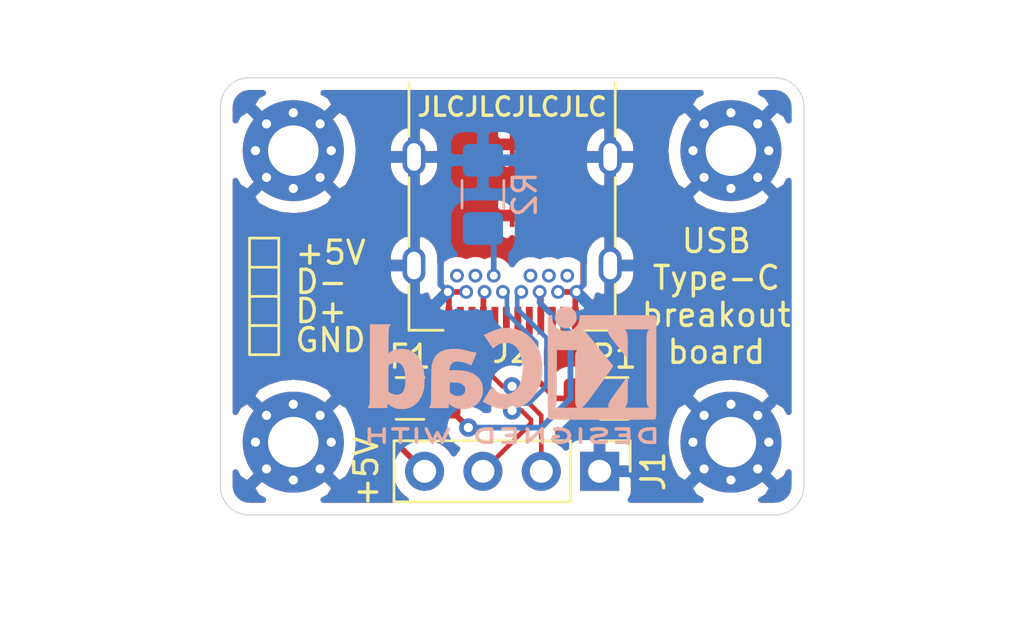
<source format=kicad_pcb>
(kicad_pcb (version 20171130) (host pcbnew 5.1.6)

  (general
    (thickness 1.6)
    (drawings 22)
    (tracks 95)
    (zones 0)
    (modules 10)
    (nets 18)
  )

  (page A4)
  (layers
    (0 F.Cu signal)
    (31 B.Cu signal)
    (32 B.Adhes user)
    (33 F.Adhes user)
    (34 B.Paste user)
    (35 F.Paste user)
    (36 B.SilkS user)
    (37 F.SilkS user)
    (38 B.Mask user)
    (39 F.Mask user)
    (40 Dwgs.User user)
    (41 Cmts.User user)
    (42 Eco1.User user)
    (43 Eco2.User user)
    (44 Edge.Cuts user)
    (45 Margin user)
    (46 B.CrtYd user)
    (47 F.CrtYd user)
    (48 B.Fab user)
    (49 F.Fab user)
  )

  (setup
    (last_trace_width 0.25)
    (trace_clearance 0.2)
    (zone_clearance 0.508)
    (zone_45_only no)
    (trace_min 0.2)
    (via_size 0.8)
    (via_drill 0.4)
    (via_min_size 0.4)
    (via_min_drill 0.3)
    (uvia_size 0.3)
    (uvia_drill 0.1)
    (uvias_allowed no)
    (uvia_min_size 0.2)
    (uvia_min_drill 0.1)
    (edge_width 0.05)
    (segment_width 0.2)
    (pcb_text_width 0.3)
    (pcb_text_size 1.5 1.5)
    (mod_edge_width 0.12)
    (mod_text_size 1 1)
    (mod_text_width 0.15)
    (pad_size 0.7 0.7)
    (pad_drill 0.4)
    (pad_to_mask_clearance 0.05)
    (aux_axis_origin 0 0)
    (visible_elements FFFFF77F)
    (pcbplotparams
      (layerselection 0x010f0_ffffffff)
      (usegerberextensions true)
      (usegerberattributes true)
      (usegerberadvancedattributes true)
      (creategerberjobfile false)
      (excludeedgelayer true)
      (linewidth 0.100000)
      (plotframeref false)
      (viasonmask false)
      (mode 1)
      (useauxorigin false)
      (hpglpennumber 1)
      (hpglpenspeed 20)
      (hpglpendiameter 15.000000)
      (psnegative false)
      (psa4output false)
      (plotreference true)
      (plotvalue true)
      (plotinvisibletext false)
      (padsonsilk false)
      (subtractmaskfromsilk true)
      (outputformat 1)
      (mirror false)
      (drillshape 0)
      (scaleselection 1)
      (outputdirectory "gerber/"))
  )

  (net 0 "")
  (net 1 "Net-(F1-Pad2)")
  (net 2 +5V)
  (net 3 D-)
  (net 4 D+)
  (net 5 GND)
  (net 6 "Net-(J2-PadA11)")
  (net 7 "Net-(J2-PadA10)")
  (net 8 "Net-(J2-PadA8)")
  (net 9 "Net-(J2-PadA5)")
  (net 10 "Net-(J2-PadA3)")
  (net 11 "Net-(J2-PadA2)")
  (net 12 "Net-(J2-PadB10)")
  (net 13 "Net-(J2-PadB3)")
  (net 14 "Net-(J2-PadB8)")
  (net 15 "Net-(J2-PadB5)")
  (net 16 "Net-(J2-PadB2)")
  (net 17 "Net-(J2-PadB11)")

  (net_class Default "This is the default net class."
    (clearance 0.2)
    (trace_width 0.25)
    (via_dia 0.8)
    (via_drill 0.4)
    (uvia_dia 0.3)
    (uvia_drill 0.1)
    (add_net +5V)
    (add_net D+)
    (add_net D-)
    (add_net GND)
    (add_net "Net-(F1-Pad2)")
    (add_net "Net-(J2-PadA10)")
    (add_net "Net-(J2-PadA11)")
    (add_net "Net-(J2-PadA2)")
    (add_net "Net-(J2-PadA3)")
    (add_net "Net-(J2-PadA5)")
    (add_net "Net-(J2-PadA8)")
    (add_net "Net-(J2-PadB10)")
    (add_net "Net-(J2-PadB11)")
    (add_net "Net-(J2-PadB2)")
    (add_net "Net-(J2-PadB3)")
    (add_net "Net-(J2-PadB5)")
    (add_net "Net-(J2-PadB8)")
  )

  (module usbc-breakout:USB_C_Receptacle_Stewart_SS-52400-003 (layer F.Cu) (tedit 5F5A6540) (tstamp 5F5A9F30)
    (at 63.5 63.5 180)
    (descr https://belfuse.com/resources/drawings/stewartconnector/dr-stw-ss-52400-003.pdf)
    (path /5F5A3A43)
    (fp_text reference J2 (at 0 -11.9) (layer F.SilkS)
      (effects (font (size 1 1) (thickness 0.15)))
    )
    (fp_text value USB_C_Receptacle (at 0 2.54) (layer F.Fab)
      (effects (font (size 1 1) (thickness 0.15)))
    )
    (fp_text user "PCB Edge" (at 0 -0.5) (layer Dwgs.User)
      (effects (font (size 0.5 0.5) (thickness 0.1)))
    )
    (fp_text user %R (at 0 -4.52) (layer F.Fab)
      (effects (font (size 1 1) (thickness 0.15)))
    )
    (fp_line (start 4.49 -4.35) (end 4.49 -7.35) (layer F.SilkS) (width 0.12))
    (fp_line (start -4.49 -7.35) (end -4.49 -4.35) (layer F.SilkS) (width 0.12))
    (fp_line (start 4.49 -11) (end 3 -11) (layer F.SilkS) (width 0.12))
    (fp_line (start -4.49 -11) (end -4.49 -9) (layer F.SilkS) (width 0.12))
    (fp_line (start -3 -11) (end -4.49 -11) (layer F.SilkS) (width 0.12))
    (fp_line (start -5.08 -11.43) (end -5.08 1.27) (layer F.CrtYd) (width 0.05))
    (fp_line (start 5.08 1.27) (end 5.08 -11.43) (layer F.CrtYd) (width 0.05))
    (fp_line (start -4.37 0.95) (end 4.37 0.95) (layer F.Fab) (width 0.1))
    (fp_line (start -4.37 -10.88) (end -4.37 0.95) (layer F.Fab) (width 0.1))
    (fp_line (start 4.37 -10.88) (end -4.37 -10.88) (layer F.Fab) (width 0.1))
    (fp_line (start 4.37 0.95) (end 4.37 -10.88) (layer F.Fab) (width 0.1))
    (fp_line (start -2 0) (end 2 0) (layer Dwgs.User) (width 0.1))
    (fp_line (start -5.08 1.27) (end 5.08 1.27) (layer F.CrtYd) (width 0.05))
    (fp_line (start -5.08 -11.43) (end 5.08 -11.43) (layer F.CrtYd) (width 0.05))
    (fp_line (start 4.49 -9) (end 4.49 -11) (layer F.SilkS) (width 0.12))
    (fp_line (start 4.49 -0.21) (end 4.49 -2.55) (layer F.SilkS) (width 0.12))
    (fp_line (start -4.49 -2.55) (end -4.49 -0.21) (layer F.SilkS) (width 0.12))
    (pad A12 smd rect (at 2.75 -10.58 180) (size 0.3 1.2) (layers F.Cu F.Paste F.Mask)
      (net 5 GND))
    (pad A11 smd rect (at 2.25 -10.58 180) (size 0.3 1.2) (layers F.Cu F.Paste F.Mask)
      (net 6 "Net-(J2-PadA11)"))
    (pad A10 smd rect (at 1.75 -10.58 180) (size 0.3 1.2) (layers F.Cu F.Paste F.Mask)
      (net 7 "Net-(J2-PadA10)"))
    (pad A9 smd rect (at 1.25 -10.58 180) (size 0.3 1.2) (layers F.Cu F.Paste F.Mask)
      (net 1 "Net-(F1-Pad2)"))
    (pad A8 smd rect (at 0.75 -10.58 180) (size 0.3 1.2) (layers F.Cu F.Paste F.Mask)
      (net 8 "Net-(J2-PadA8)"))
    (pad A7 smd rect (at 0.25 -10.58 180) (size 0.3 1.2) (layers F.Cu F.Paste F.Mask)
      (net 3 D-))
    (pad A6 smd rect (at -0.25 -10.58 180) (size 0.3 1.2) (layers F.Cu F.Paste F.Mask)
      (net 4 D+))
    (pad A5 smd rect (at -0.75 -10.58 180) (size 0.3 1.2) (layers F.Cu F.Paste F.Mask)
      (net 9 "Net-(J2-PadA5)"))
    (pad A4 smd rect (at -1.25 -10.58 180) (size 0.3 1.2) (layers F.Cu F.Paste F.Mask)
      (net 1 "Net-(F1-Pad2)"))
    (pad A3 smd rect (at -1.75 -10.58 180) (size 0.3 1.2) (layers F.Cu F.Paste F.Mask)
      (net 10 "Net-(J2-PadA3)"))
    (pad A2 smd rect (at -2.25 -10.58 180) (size 0.3 1.2) (layers F.Cu F.Paste F.Mask)
      (net 11 "Net-(J2-PadA2)"))
    (pad A1 smd rect (at -2.75 -10.58 180) (size 0.3 1.2) (layers F.Cu F.Paste F.Mask)
      (net 5 GND))
    (pad S1 thru_hole oval (at 4.27 -3.45 180) (size 1 1.6) (drill oval 0.6 1.2) (layers *.Cu *.Mask)
      (net 5 GND))
    (pad S1 thru_hole oval (at -4.27 -3.45 180) (size 1 1.6) (drill oval 0.6 1.2) (layers *.Cu *.Mask)
      (net 5 GND))
    (pad S1 thru_hole oval (at -4.27 -8.18 180) (size 1 1.6) (drill oval 0.6 1.2) (layers *.Cu *.Mask)
      (net 5 GND))
    (pad S1 thru_hole oval (at 4.27 -8.18 180) (size 1 1.6) (drill oval 0.6 1.2) (layers *.Cu *.Mask)
      (net 5 GND))
    (pad S1 smd rect (at 0 -2.9 180) (size 0.2 1) (layers F.Cu F.Paste F.Mask)
      (net 5 GND))
    (pad S1 smd rect (at 0 -6 180) (size 0.2 1) (layers F.Cu F.Paste F.Mask)
      (net 5 GND))
    (pad B6 thru_hole circle (at 0.4 -9.33 180) (size 0.6 0.6) (drill 0.35) (layers *.Cu *.Mask)
      (net 4 D+))
    (pad B7 thru_hole circle (at -0.4 -9.33 180) (size 0.6 0.6) (drill 0.35) (layers *.Cu *.Mask)
      (net 3 D-))
    (pad B4 thru_hole circle (at 1.2 -9.33 180) (size 0.6 0.6) (drill 0.35) (layers *.Cu *.Mask)
      (net 1 "Net-(F1-Pad2)"))
    (pad B9 thru_hole circle (at -1.2 -9.33 180) (size 0.6 0.6) (drill 0.35) (layers *.Cu *.Mask)
      (net 1 "Net-(F1-Pad2)"))
    (pad S1 thru_hole circle (at 2 -9.33 180) (size 0.6 0.6) (drill 0.35) (layers *.Cu *.Mask)
      (net 5 GND))
    (pad S1 thru_hole circle (at -2 -9.33 180) (size 0.6 0.6) (drill 0.35) (layers *.Cu *.Mask)
      (net 5 GND))
    (pad B1 thru_hole circle (at 2.8 -9.33 180) (size 0.6 0.6) (drill 0.35) (layers *.Cu *.Mask)
      (net 5 GND))
    (pad B10 thru_hole circle (at -1.6 -8.62 180) (size 0.6 0.6) (drill 0.35) (layers *.Cu *.Mask)
      (net 12 "Net-(J2-PadB10)"))
    (pad B3 thru_hole circle (at 1.6 -8.62 180) (size 0.6 0.6) (drill 0.35) (layers *.Cu *.Mask)
      (net 13 "Net-(J2-PadB3)"))
    (pad B8 thru_hole circle (at -0.8 -8.62 180) (size 0.6 0.6) (drill 0.35) (layers *.Cu *.Mask)
      (net 14 "Net-(J2-PadB8)"))
    (pad B5 thru_hole circle (at 0.8 -8.62 180) (size 0.6 0.6) (drill 0.35) (layers *.Cu *.Mask)
      (net 15 "Net-(J2-PadB5)"))
    (pad B12 thru_hole circle (at -2.8 -9.33 180) (size 0.6 0.6) (drill 0.35) (layers *.Cu *.Mask)
      (net 5 GND))
    (pad B2 thru_hole circle (at 2.4 -8.62 180) (size 0.6 0.6) (drill 0.35) (layers *.Cu *.Mask)
      (net 16 "Net-(J2-PadB2)"))
    (pad B11 thru_hole circle (at -2.4 -8.62 180) (size 0.6 0.6) (drill 0.35) (layers *.Cu *.Mask)
      (net 17 "Net-(J2-PadB11)"))
  )

  (module Symbol:KiCad-Logo2_5mm_SilkScreen (layer B.Cu) (tedit 0) (tstamp 5F5AC393)
    (at 63.5 76.454 180)
    (descr "KiCad Logo")
    (tags "Logo KiCad")
    (attr virtual)
    (fp_text reference REF** (at 0 5.08) (layer B.SilkS) hide
      (effects (font (size 1 1) (thickness 0.15)) (justify mirror))
    )
    (fp_text value KiCad-Logo2_5mm_SilkScreen (at 0 -5.08) (layer B.Fab) hide
      (effects (font (size 1 1) (thickness 0.15)) (justify mirror))
    )
    (fp_poly (pts (xy -2.9464 2.510946) (xy -2.935535 2.397007) (xy -2.903918 2.289384) (xy -2.853015 2.190385)
      (xy -2.784293 2.102316) (xy -2.699219 2.027484) (xy -2.602232 1.969616) (xy -2.495964 1.929995)
      (xy -2.38895 1.911427) (xy -2.2833 1.912566) (xy -2.181125 1.93207) (xy -2.084534 1.968594)
      (xy -1.995638 2.020795) (xy -1.916546 2.087327) (xy -1.849369 2.166848) (xy -1.796217 2.258013)
      (xy -1.759199 2.359477) (xy -1.740427 2.469898) (xy -1.738489 2.519794) (xy -1.738489 2.607733)
      (xy -1.68656 2.607733) (xy -1.650253 2.604889) (xy -1.623355 2.593089) (xy -1.596249 2.569351)
      (xy -1.557867 2.530969) (xy -1.557867 0.339398) (xy -1.557876 0.077261) (xy -1.557908 -0.163241)
      (xy -1.557972 -0.383048) (xy -1.558076 -0.583101) (xy -1.558227 -0.764344) (xy -1.558434 -0.927716)
      (xy -1.558706 -1.07416) (xy -1.55905 -1.204617) (xy -1.559474 -1.320029) (xy -1.559987 -1.421338)
      (xy -1.560597 -1.509484) (xy -1.561312 -1.58541) (xy -1.56214 -1.650057) (xy -1.563089 -1.704367)
      (xy -1.564167 -1.74928) (xy -1.565383 -1.78574) (xy -1.566745 -1.814687) (xy -1.568261 -1.837063)
      (xy -1.569938 -1.853809) (xy -1.571786 -1.865868) (xy -1.573813 -1.87418) (xy -1.576025 -1.879687)
      (xy -1.577108 -1.881537) (xy -1.581271 -1.888549) (xy -1.584805 -1.894996) (xy -1.588635 -1.9009)
      (xy -1.593682 -1.906286) (xy -1.600871 -1.911178) (xy -1.611123 -1.915598) (xy -1.625364 -1.919572)
      (xy -1.644514 -1.923121) (xy -1.669499 -1.92627) (xy -1.70124 -1.929042) (xy -1.740662 -1.931461)
      (xy -1.788686 -1.933551) (xy -1.846237 -1.935335) (xy -1.914237 -1.936837) (xy -1.99361 -1.93808)
      (xy -2.085279 -1.939089) (xy -2.190166 -1.939885) (xy -2.309196 -1.940494) (xy -2.44329 -1.940939)
      (xy -2.593373 -1.941243) (xy -2.760367 -1.94143) (xy -2.945196 -1.941524) (xy -3.148783 -1.941548)
      (xy -3.37205 -1.941525) (xy -3.615922 -1.94148) (xy -3.881321 -1.941437) (xy -3.919704 -1.941432)
      (xy -4.186682 -1.941389) (xy -4.432002 -1.941318) (xy -4.656583 -1.941213) (xy -4.861345 -1.941066)
      (xy -5.047206 -1.940869) (xy -5.215088 -1.940616) (xy -5.365908 -1.9403) (xy -5.500587 -1.939913)
      (xy -5.620044 -1.939447) (xy -5.725199 -1.938897) (xy -5.816971 -1.938253) (xy -5.896279 -1.937511)
      (xy -5.964043 -1.936661) (xy -6.021182 -1.935697) (xy -6.068617 -1.934611) (xy -6.107266 -1.933397)
      (xy -6.138049 -1.932047) (xy -6.161885 -1.930555) (xy -6.179694 -1.928911) (xy -6.192395 -1.927111)
      (xy -6.200908 -1.925145) (xy -6.205266 -1.923477) (xy -6.213728 -1.919906) (xy -6.221497 -1.91727)
      (xy -6.228602 -1.914634) (xy -6.235073 -1.911062) (xy -6.240939 -1.905621) (xy -6.246229 -1.897375)
      (xy -6.250974 -1.88539) (xy -6.255202 -1.868731) (xy -6.258943 -1.846463) (xy -6.262227 -1.817652)
      (xy -6.265083 -1.781363) (xy -6.26754 -1.736661) (xy -6.269629 -1.682611) (xy -6.271378 -1.618279)
      (xy -6.272817 -1.54273) (xy -6.273976 -1.45503) (xy -6.274883 -1.354243) (xy -6.275569 -1.239434)
      (xy -6.276063 -1.10967) (xy -6.276395 -0.964015) (xy -6.276593 -0.801535) (xy -6.276687 -0.621295)
      (xy -6.276708 -0.42236) (xy -6.276685 -0.203796) (xy -6.276646 0.035332) (xy -6.276622 0.29596)
      (xy -6.276622 0.338111) (xy -6.276636 0.601008) (xy -6.276661 0.842268) (xy -6.276671 1.062835)
      (xy -6.276642 1.263648) (xy -6.276548 1.445651) (xy -6.276362 1.609784) (xy -6.276059 1.756989)
      (xy -6.275614 1.888208) (xy -6.275034 1.998133) (xy -5.972197 1.998133) (xy -5.932407 1.940289)
      (xy -5.921236 1.924521) (xy -5.911166 1.910559) (xy -5.902138 1.897216) (xy -5.894097 1.883307)
      (xy -5.886986 1.867644) (xy -5.880747 1.849042) (xy -5.875325 1.826314) (xy -5.870662 1.798273)
      (xy -5.866701 1.763733) (xy -5.863385 1.721508) (xy -5.860659 1.670411) (xy -5.858464 1.609256)
      (xy -5.856745 1.536856) (xy -5.855444 1.452025) (xy -5.854505 1.353578) (xy -5.85387 1.240326)
      (xy -5.853484 1.111084) (xy -5.853288 0.964666) (xy -5.853227 0.799884) (xy -5.853243 0.615553)
      (xy -5.85328 0.410487) (xy -5.853289 0.287867) (xy -5.853265 0.070918) (xy -5.853231 -0.124642)
      (xy -5.853243 -0.299999) (xy -5.853358 -0.456341) (xy -5.85363 -0.594857) (xy -5.854118 -0.716734)
      (xy -5.854876 -0.82316) (xy -5.855962 -0.915322) (xy -5.857431 -0.994409) (xy -5.85934 -1.061608)
      (xy -5.861744 -1.118107) (xy -5.864701 -1.165093) (xy -5.868266 -1.203755) (xy -5.872495 -1.23528)
      (xy -5.877446 -1.260855) (xy -5.883173 -1.28167) (xy -5.889733 -1.298911) (xy -5.897183 -1.313765)
      (xy -5.905579 -1.327422) (xy -5.914976 -1.341069) (xy -5.925432 -1.355893) (xy -5.931523 -1.364783)
      (xy -5.970296 -1.4224) (xy -5.438732 -1.4224) (xy -5.315483 -1.422365) (xy -5.212987 -1.422215)
      (xy -5.12942 -1.421878) (xy -5.062956 -1.421286) (xy -5.011771 -1.420367) (xy -4.974041 -1.419051)
      (xy -4.94794 -1.417269) (xy -4.931644 -1.414951) (xy -4.923328 -1.412026) (xy -4.921168 -1.408424)
      (xy -4.923339 -1.404075) (xy -4.924535 -1.402645) (xy -4.949685 -1.365573) (xy -4.975583 -1.312772)
      (xy -4.999192 -1.25077) (xy -5.007461 -1.224357) (xy -5.012078 -1.206416) (xy -5.015979 -1.185355)
      (xy -5.019248 -1.159089) (xy -5.021966 -1.125532) (xy -5.024215 -1.082599) (xy -5.026077 -1.028204)
      (xy -5.027636 -0.960262) (xy -5.028972 -0.876688) (xy -5.030169 -0.775395) (xy -5.031308 -0.6543)
      (xy -5.031685 -0.6096) (xy -5.032702 -0.484449) (xy -5.03346 -0.380082) (xy -5.033903 -0.294707)
      (xy -5.03397 -0.226533) (xy -5.033605 -0.173765) (xy -5.032748 -0.134614) (xy -5.031341 -0.107285)
      (xy -5.029325 -0.089986) (xy -5.026643 -0.080926) (xy -5.023236 -0.078312) (xy -5.019044 -0.080351)
      (xy -5.014571 -0.084667) (xy -5.004216 -0.097602) (xy -4.982158 -0.126676) (xy -4.949957 -0.169759)
      (xy -4.909174 -0.224718) (xy -4.86137 -0.289423) (xy -4.808105 -0.361742) (xy -4.75094 -0.439544)
      (xy -4.691437 -0.520698) (xy -4.631155 -0.603072) (xy -4.571655 -0.684536) (xy -4.514498 -0.762957)
      (xy -4.461245 -0.836204) (xy -4.413457 -0.902147) (xy -4.372693 -0.958654) (xy -4.340516 -1.003593)
      (xy -4.318485 -1.034834) (xy -4.313917 -1.041466) (xy -4.290996 -1.078369) (xy -4.264188 -1.126359)
      (xy -4.238789 -1.175897) (xy -4.235568 -1.182577) (xy -4.21389 -1.230772) (xy -4.201304 -1.268334)
      (xy -4.195574 -1.30416) (xy -4.194456 -1.3462) (xy -4.19509 -1.4224) (xy -3.040651 -1.4224)
      (xy -3.131815 -1.328669) (xy -3.178612 -1.278775) (xy -3.228899 -1.222295) (xy -3.274944 -1.168026)
      (xy -3.295369 -1.142673) (xy -3.325807 -1.103128) (xy -3.365862 -1.049916) (xy -3.414361 -0.984667)
      (xy -3.470135 -0.909011) (xy -3.532011 -0.824577) (xy -3.598819 -0.732994) (xy -3.669387 -0.635892)
      (xy -3.742545 -0.534901) (xy -3.817121 -0.43165) (xy -3.891944 -0.327768) (xy -3.965843 -0.224885)
      (xy -4.037646 -0.124631) (xy -4.106184 -0.028636) (xy -4.170284 0.061473) (xy -4.228775 0.144064)
      (xy -4.280486 0.217508) (xy -4.324247 0.280176) (xy -4.358885 0.330439) (xy -4.38323 0.366666)
      (xy -4.396111 0.387229) (xy -4.397869 0.391332) (xy -4.38991 0.402658) (xy -4.369115 0.429838)
      (xy -4.336847 0.471171) (xy -4.29447 0.524956) (xy -4.243347 0.589494) (xy -4.184841 0.663082)
      (xy -4.120314 0.744022) (xy -4.051131 0.830612) (xy -3.978653 0.921152) (xy -3.904246 1.01394)
      (xy -3.844517 1.088298) (xy -2.833511 1.088298) (xy -2.827602 1.075341) (xy -2.813272 1.053092)
      (xy -2.812225 1.051609) (xy -2.793438 1.021456) (xy -2.773791 0.984625) (xy -2.769892 0.976489)
      (xy -2.766356 0.96806) (xy -2.76323 0.957941) (xy -2.760486 0.94474) (xy -2.758092 0.927062)
      (xy -2.756019 0.903516) (xy -2.754235 0.872707) (xy -2.752712 0.833243) (xy -2.751419 0.783731)
      (xy -2.750326 0.722777) (xy -2.749403 0.648989) (xy -2.748619 0.560972) (xy -2.747945 0.457335)
      (xy -2.74735 0.336684) (xy -2.746805 0.197626) (xy -2.746279 0.038768) (xy -2.745745 -0.140089)
      (xy -2.745206 -0.325207) (xy -2.744772 -0.489145) (xy -2.744509 -0.633303) (xy -2.744484 -0.759079)
      (xy -2.744765 -0.867871) (xy -2.745419 -0.961077) (xy -2.746514 -1.040097) (xy -2.748118 -1.106328)
      (xy -2.750297 -1.16117) (xy -2.753119 -1.206021) (xy -2.756651 -1.242278) (xy -2.760961 -1.271341)
      (xy -2.766117 -1.294609) (xy -2.772185 -1.313479) (xy -2.779233 -1.329351) (xy -2.787329 -1.343622)
      (xy -2.79654 -1.357691) (xy -2.80504 -1.370158) (xy -2.822176 -1.396452) (xy -2.832322 -1.414037)
      (xy -2.833511 -1.417257) (xy -2.822604 -1.418334) (xy -2.791411 -1.419335) (xy -2.742223 -1.420235)
      (xy -2.677333 -1.42101) (xy -2.59903 -1.421637) (xy -2.509607 -1.422091) (xy -2.411356 -1.422349)
      (xy -2.342445 -1.4224) (xy -2.237452 -1.42218) (xy -2.14061 -1.421548) (xy -2.054107 -1.420549)
      (xy -1.980132 -1.419227) (xy -1.920874 -1.417626) (xy -1.87852 -1.415791) (xy -1.85526 -1.413765)
      (xy -1.851378 -1.412493) (xy -1.859076 -1.397591) (xy -1.867074 -1.38956) (xy -1.880246 -1.372434)
      (xy -1.897485 -1.342183) (xy -1.909407 -1.317622) (xy -1.936045 -1.258711) (xy -1.93912 -0.081845)
      (xy -1.942195 1.095022) (xy -2.387853 1.095022) (xy -2.48567 1.094858) (xy -2.576064 1.094389)
      (xy -2.65663 1.093653) (xy -2.724962 1.092684) (xy -2.778656 1.09152) (xy -2.815305 1.090197)
      (xy -2.832504 1.088751) (xy -2.833511 1.088298) (xy -3.844517 1.088298) (xy -3.82927 1.107278)
      (xy -3.75509 1.199463) (xy -3.683069 1.288796) (xy -3.614569 1.373576) (xy -3.550955 1.452102)
      (xy -3.493588 1.522674) (xy -3.443833 1.583591) (xy -3.403052 1.633153) (xy -3.385888 1.653822)
      (xy -3.299596 1.754484) (xy -3.222997 1.837741) (xy -3.154183 1.905562) (xy -3.091248 1.959911)
      (xy -3.081867 1.967278) (xy -3.042356 1.997883) (xy -4.174116 1.998133) (xy -4.168827 1.950156)
      (xy -4.17213 1.892812) (xy -4.193661 1.824537) (xy -4.233635 1.744788) (xy -4.278943 1.672505)
      (xy -4.295161 1.64986) (xy -4.323214 1.612304) (xy -4.36143 1.561979) (xy -4.408137 1.501027)
      (xy -4.461661 1.431589) (xy -4.520331 1.355806) (xy -4.582475 1.27582) (xy -4.646421 1.193772)
      (xy -4.710495 1.111804) (xy -4.773027 1.032057) (xy -4.832343 0.956673) (xy -4.886771 0.887793)
      (xy -4.934639 0.827558) (xy -4.974275 0.778111) (xy -5.004006 0.741592) (xy -5.022161 0.720142)
      (xy -5.02522 0.716844) (xy -5.028079 0.724851) (xy -5.030293 0.755145) (xy -5.031857 0.807444)
      (xy -5.032767 0.881469) (xy -5.03302 0.976937) (xy -5.032613 1.093566) (xy -5.031704 1.213555)
      (xy -5.030382 1.345667) (xy -5.028857 1.457406) (xy -5.026881 1.550975) (xy -5.024206 1.628581)
      (xy -5.020582 1.692426) (xy -5.015761 1.744717) (xy -5.009494 1.787656) (xy -5.001532 1.823449)
      (xy -4.991627 1.8543) (xy -4.979531 1.882414) (xy -4.964993 1.909995) (xy -4.950311 1.935034)
      (xy -4.912314 1.998133) (xy -5.972197 1.998133) (xy -6.275034 1.998133) (xy -6.275001 2.004383)
      (xy -6.274195 2.106456) (xy -6.27317 2.195367) (xy -6.2719 2.272059) (xy -6.27036 2.337473)
      (xy -6.268524 2.392551) (xy -6.266367 2.438235) (xy -6.263863 2.475466) (xy -6.260987 2.505187)
      (xy -6.257713 2.528338) (xy -6.254015 2.545861) (xy -6.249869 2.558699) (xy -6.245247 2.567792)
      (xy -6.240126 2.574082) (xy -6.234478 2.578512) (xy -6.228279 2.582022) (xy -6.221504 2.585555)
      (xy -6.215508 2.589124) (xy -6.210275 2.5917) (xy -6.202099 2.594028) (xy -6.189886 2.596122)
      (xy -6.172541 2.597993) (xy -6.148969 2.599653) (xy -6.118077 2.601116) (xy -6.078768 2.602392)
      (xy -6.02995 2.603496) (xy -5.970527 2.604439) (xy -5.899404 2.605233) (xy -5.815488 2.605891)
      (xy -5.717683 2.606425) (xy -5.604894 2.606847) (xy -5.476029 2.607171) (xy -5.329991 2.607408)
      (xy -5.165686 2.60757) (xy -4.98202 2.60767) (xy -4.777897 2.60772) (xy -4.566753 2.607733)
      (xy -2.9464 2.607733) (xy -2.9464 2.510946)) (layer B.SilkS) (width 0.01))
    (fp_poly (pts (xy 0.328429 2.050929) (xy 0.48857 2.029755) (xy 0.65251 1.989615) (xy 0.822313 1.930111)
      (xy 1.000043 1.850846) (xy 1.01131 1.845301) (xy 1.069005 1.817275) (xy 1.120552 1.793198)
      (xy 1.162191 1.774751) (xy 1.190162 1.763614) (xy 1.199733 1.761067) (xy 1.21895 1.756059)
      (xy 1.223561 1.751853) (xy 1.218458 1.74142) (xy 1.202418 1.715132) (xy 1.177288 1.675743)
      (xy 1.144914 1.626009) (xy 1.107143 1.568685) (xy 1.065822 1.506524) (xy 1.022798 1.442282)
      (xy 0.979917 1.378715) (xy 0.939026 1.318575) (xy 0.901971 1.26462) (xy 0.8706 1.219603)
      (xy 0.846759 1.186279) (xy 0.832294 1.167403) (xy 0.830309 1.165213) (xy 0.820191 1.169862)
      (xy 0.79785 1.187038) (xy 0.76728 1.21356) (xy 0.751536 1.228036) (xy 0.655047 1.303318)
      (xy 0.548336 1.358759) (xy 0.432832 1.393859) (xy 0.309962 1.40812) (xy 0.240561 1.406949)
      (xy 0.119423 1.389788) (xy 0.010205 1.353906) (xy -0.087418 1.299041) (xy -0.173772 1.22493)
      (xy -0.249185 1.131312) (xy -0.313982 1.017924) (xy -0.351399 0.931333) (xy -0.395252 0.795634)
      (xy -0.427572 0.64815) (xy -0.448443 0.492686) (xy -0.457949 0.333044) (xy -0.456173 0.173027)
      (xy -0.443197 0.016439) (xy -0.419106 -0.132918) (xy -0.383982 -0.27124) (xy -0.337908 -0.394724)
      (xy -0.321627 -0.428978) (xy -0.25338 -0.543064) (xy -0.172921 -0.639557) (xy -0.08143 -0.71767)
      (xy 0.019911 -0.776617) (xy 0.12992 -0.815612) (xy 0.247415 -0.833868) (xy 0.288883 -0.835211)
      (xy 0.410441 -0.82429) (xy 0.530878 -0.791474) (xy 0.648666 -0.737439) (xy 0.762277 -0.662865)
      (xy 0.853685 -0.584539) (xy 0.900215 -0.540008) (xy 1.081483 -0.837271) (xy 1.12658 -0.911433)
      (xy 1.167819 -0.979646) (xy 1.203735 -1.039459) (xy 1.232866 -1.08842) (xy 1.25375 -1.124079)
      (xy 1.264924 -1.143984) (xy 1.266375 -1.147079) (xy 1.258146 -1.156718) (xy 1.232567 -1.173999)
      (xy 1.192873 -1.197283) (xy 1.142297 -1.224934) (xy 1.084074 -1.255315) (xy 1.021437 -1.28679)
      (xy 0.957621 -1.317722) (xy 0.89586 -1.346473) (xy 0.839388 -1.371408) (xy 0.791438 -1.390889)
      (xy 0.767986 -1.399318) (xy 0.634221 -1.437133) (xy 0.496327 -1.462136) (xy 0.348622 -1.47514)
      (xy 0.221833 -1.477468) (xy 0.153878 -1.476373) (xy 0.088277 -1.474275) (xy 0.030847 -1.471434)
      (xy -0.012597 -1.468106) (xy -0.026702 -1.466422) (xy -0.165716 -1.437587) (xy -0.307243 -1.392468)
      (xy -0.444725 -1.33375) (xy -0.571606 -1.26412) (xy -0.649111 -1.211441) (xy -0.776519 -1.103239)
      (xy -0.894822 -0.976671) (xy -1.001828 -0.834866) (xy -1.095348 -0.680951) (xy -1.17319 -0.518053)
      (xy -1.217044 -0.400756) (xy -1.267292 -0.217128) (xy -1.300791 -0.022581) (xy -1.317551 0.178675)
      (xy -1.317584 0.382432) (xy -1.300899 0.584479) (xy -1.267507 0.780608) (xy -1.21742 0.966609)
      (xy -1.213603 0.978197) (xy -1.150719 1.14025) (xy -1.073972 1.288168) (xy -0.980758 1.426135)
      (xy -0.868473 1.558339) (xy -0.824608 1.603601) (xy -0.688466 1.727543) (xy -0.548509 1.830085)
      (xy -0.402589 1.912344) (xy -0.248558 1.975436) (xy -0.084268 2.020477) (xy 0.011289 2.037967)
      (xy 0.170023 2.053534) (xy 0.328429 2.050929)) (layer B.SilkS) (width 0.01))
    (fp_poly (pts (xy 2.673574 1.133448) (xy 2.825492 1.113433) (xy 2.960756 1.079798) (xy 3.080239 1.032275)
      (xy 3.184815 0.970595) (xy 3.262424 0.907035) (xy 3.331265 0.832901) (xy 3.385006 0.753129)
      (xy 3.42791 0.660909) (xy 3.443384 0.617839) (xy 3.456244 0.578858) (xy 3.467446 0.542711)
      (xy 3.47712 0.507566) (xy 3.485396 0.47159) (xy 3.492403 0.43295) (xy 3.498272 0.389815)
      (xy 3.503131 0.340351) (xy 3.50711 0.282727) (xy 3.51034 0.215109) (xy 3.512949 0.135666)
      (xy 3.515067 0.042564) (xy 3.516824 -0.066027) (xy 3.518349 -0.191942) (xy 3.519772 -0.337012)
      (xy 3.521025 -0.479778) (xy 3.522351 -0.635968) (xy 3.523556 -0.771239) (xy 3.524766 -0.887246)
      (xy 3.526106 -0.985645) (xy 3.5277 -1.068093) (xy 3.529675 -1.136246) (xy 3.532156 -1.19176)
      (xy 3.535269 -1.236292) (xy 3.539138 -1.271498) (xy 3.543889 -1.299034) (xy 3.549648 -1.320556)
      (xy 3.556539 -1.337722) (xy 3.564689 -1.352186) (xy 3.574223 -1.365606) (xy 3.585266 -1.379638)
      (xy 3.589566 -1.385071) (xy 3.605386 -1.40791) (xy 3.612422 -1.423463) (xy 3.612444 -1.423922)
      (xy 3.601567 -1.426121) (xy 3.570582 -1.428147) (xy 3.521957 -1.429942) (xy 3.458163 -1.431451)
      (xy 3.381669 -1.432616) (xy 3.294944 -1.43338) (xy 3.200457 -1.433686) (xy 3.18955 -1.433689)
      (xy 2.766657 -1.433689) (xy 2.763395 -1.337622) (xy 2.760133 -1.241556) (xy 2.698044 -1.292543)
      (xy 2.600714 -1.360057) (xy 2.490813 -1.414749) (xy 2.404349 -1.444978) (xy 2.335278 -1.459666)
      (xy 2.251925 -1.469659) (xy 2.162159 -1.474646) (xy 2.073845 -1.474313) (xy 1.994851 -1.468351)
      (xy 1.958622 -1.462638) (xy 1.818603 -1.424776) (xy 1.692178 -1.369932) (xy 1.58026 -1.298924)
      (xy 1.483762 -1.212568) (xy 1.4036 -1.111679) (xy 1.340687 -0.997076) (xy 1.296312 -0.870984)
      (xy 1.283978 -0.814401) (xy 1.276368 -0.752202) (xy 1.272739 -0.677363) (xy 1.272245 -0.643467)
      (xy 1.27231 -0.640282) (xy 2.032248 -0.640282) (xy 2.041541 -0.715333) (xy 2.069728 -0.77916)
      (xy 2.118197 -0.834798) (xy 2.123254 -0.839211) (xy 2.171548 -0.874037) (xy 2.223257 -0.89662)
      (xy 2.283989 -0.90854) (xy 2.359352 -0.911383) (xy 2.377459 -0.910978) (xy 2.431278 -0.908325)
      (xy 2.471308 -0.902909) (xy 2.506324 -0.892745) (xy 2.545103 -0.87585) (xy 2.555745 -0.870672)
      (xy 2.616396 -0.834844) (xy 2.663215 -0.792212) (xy 2.675952 -0.776973) (xy 2.720622 -0.720462)
      (xy 2.720622 -0.524586) (xy 2.720086 -0.445939) (xy 2.718396 -0.387988) (xy 2.715428 -0.348875)
      (xy 2.711057 -0.326741) (xy 2.706972 -0.320274) (xy 2.691047 -0.317111) (xy 2.657264 -0.314488)
      (xy 2.61034 -0.312655) (xy 2.554993 -0.311857) (xy 2.546106 -0.311842) (xy 2.42533 -0.317096)
      (xy 2.32266 -0.333263) (xy 2.236106 -0.360961) (xy 2.163681 -0.400808) (xy 2.108751 -0.447758)
      (xy 2.064204 -0.505645) (xy 2.03948 -0.568693) (xy 2.032248 -0.640282) (xy 1.27231 -0.640282)
      (xy 1.274178 -0.549712) (xy 1.282522 -0.470812) (xy 1.298768 -0.39959) (xy 1.324405 -0.328864)
      (xy 1.348401 -0.276493) (xy 1.40702 -0.181196) (xy 1.485117 -0.09317) (xy 1.580315 -0.014017)
      (xy 1.690238 0.05466) (xy 1.81251 0.111259) (xy 1.944755 0.154179) (xy 2.009422 0.169118)
      (xy 2.145604 0.191223) (xy 2.294049 0.205806) (xy 2.445505 0.212187) (xy 2.572064 0.210555)
      (xy 2.73395 0.203776) (xy 2.72653 0.262755) (xy 2.707238 0.361908) (xy 2.676104 0.442628)
      (xy 2.632269 0.505534) (xy 2.574871 0.551244) (xy 2.503048 0.580378) (xy 2.415941 0.593553)
      (xy 2.312686 0.591389) (xy 2.274711 0.587388) (xy 2.13352 0.56222) (xy 1.996707 0.521186)
      (xy 1.902178 0.483185) (xy 1.857018 0.46381) (xy 1.818585 0.44824) (xy 1.792234 0.438595)
      (xy 1.784546 0.436548) (xy 1.774802 0.445626) (xy 1.758083 0.474595) (xy 1.734232 0.523783)
      (xy 1.703093 0.593516) (xy 1.664507 0.684121) (xy 1.65791 0.699911) (xy 1.627853 0.772228)
      (xy 1.600874 0.837575) (xy 1.578136 0.893094) (xy 1.560806 0.935928) (xy 1.550048 0.963219)
      (xy 1.546941 0.972058) (xy 1.55694 0.976813) (xy 1.583217 0.98209) (xy 1.611489 0.985769)
      (xy 1.641646 0.990526) (xy 1.689433 0.999972) (xy 1.750612 1.01318) (xy 1.820946 1.029224)
      (xy 1.896194 1.04718) (xy 1.924755 1.054203) (xy 2.029816 1.079791) (xy 2.11748 1.099853)
      (xy 2.192068 1.115031) (xy 2.257903 1.125965) (xy 2.319307 1.133296) (xy 2.380602 1.137665)
      (xy 2.44611 1.139713) (xy 2.504128 1.140111) (xy 2.673574 1.133448)) (layer B.SilkS) (width 0.01))
    (fp_poly (pts (xy 6.186507 0.527755) (xy 6.186526 0.293338) (xy 6.186552 0.080397) (xy 6.186625 -0.112168)
      (xy 6.186782 -0.285459) (xy 6.187064 -0.440576) (xy 6.187509 -0.57862) (xy 6.188156 -0.700692)
      (xy 6.189045 -0.807894) (xy 6.190213 -0.901326) (xy 6.191701 -0.98209) (xy 6.193546 -1.051286)
      (xy 6.195789 -1.110015) (xy 6.198469 -1.159379) (xy 6.201623 -1.200478) (xy 6.205292 -1.234413)
      (xy 6.209513 -1.262286) (xy 6.214327 -1.285198) (xy 6.219773 -1.304249) (xy 6.225888 -1.32054)
      (xy 6.232712 -1.335173) (xy 6.240285 -1.349249) (xy 6.248645 -1.363868) (xy 6.253839 -1.372974)
      (xy 6.288104 -1.433689) (xy 5.429955 -1.433689) (xy 5.429955 -1.337733) (xy 5.429224 -1.29437)
      (xy 5.427272 -1.261205) (xy 5.424463 -1.243424) (xy 5.423221 -1.241778) (xy 5.411799 -1.248662)
      (xy 5.389084 -1.266505) (xy 5.366385 -1.285879) (xy 5.3118 -1.326614) (xy 5.242321 -1.367617)
      (xy 5.16527 -1.405123) (xy 5.087965 -1.435364) (xy 5.057113 -1.445012) (xy 4.988616 -1.459578)
      (xy 4.905764 -1.469539) (xy 4.816371 -1.474583) (xy 4.728248 -1.474396) (xy 4.649207 -1.468666)
      (xy 4.611511 -1.462858) (xy 4.473414 -1.424797) (xy 4.346113 -1.367073) (xy 4.230292 -1.290211)
      (xy 4.126637 -1.194739) (xy 4.035833 -1.081179) (xy 3.969031 -0.970381) (xy 3.914164 -0.853625)
      (xy 3.872163 -0.734276) (xy 3.842167 -0.608283) (xy 3.823311 -0.471594) (xy 3.814732 -0.320158)
      (xy 3.814006 -0.242711) (xy 3.8161 -0.185934) (xy 4.645217 -0.185934) (xy 4.645424 -0.279002)
      (xy 4.648337 -0.366692) (xy 4.654 -0.443772) (xy 4.662455 -0.505009) (xy 4.665038 -0.51735)
      (xy 4.69684 -0.624633) (xy 4.738498 -0.711658) (xy 4.790363 -0.778642) (xy 4.852781 -0.825805)
      (xy 4.9261 -0.853365) (xy 5.010669 -0.861541) (xy 5.106835 -0.850551) (xy 5.170311 -0.834829)
      (xy 5.219454 -0.816639) (xy 5.273583 -0.790791) (xy 5.314244 -0.767089) (xy 5.3848 -0.720721)
      (xy 5.3848 0.42947) (xy 5.317392 0.473038) (xy 5.238867 0.51396) (xy 5.154681 0.540611)
      (xy 5.069557 0.552535) (xy 4.988216 0.549278) (xy 4.91538 0.530385) (xy 4.883426 0.514816)
      (xy 4.825501 0.471819) (xy 4.776544 0.415047) (xy 4.73539 0.342425) (xy 4.700874 0.251879)
      (xy 4.671833 0.141334) (xy 4.670552 0.135467) (xy 4.660381 0.073212) (xy 4.652739 -0.004594)
      (xy 4.64767 -0.09272) (xy 4.645217 -0.185934) (xy 3.8161 -0.185934) (xy 3.821857 -0.029895)
      (xy 3.843802 0.165941) (xy 3.879786 0.344668) (xy 3.929759 0.506155) (xy 3.993668 0.650274)
      (xy 4.071462 0.776894) (xy 4.163089 0.885885) (xy 4.268497 0.977117) (xy 4.313662 1.008068)
      (xy 4.414611 1.064215) (xy 4.517901 1.103826) (xy 4.627989 1.127986) (xy 4.74933 1.137781)
      (xy 4.841836 1.136735) (xy 4.97149 1.125769) (xy 5.084084 1.103954) (xy 5.182875 1.070286)
      (xy 5.271121 1.023764) (xy 5.319986 0.989552) (xy 5.349353 0.967638) (xy 5.371043 0.952667)
      (xy 5.379253 0.948267) (xy 5.380868 0.959096) (xy 5.382159 0.989749) (xy 5.383138 1.037474)
      (xy 5.383817 1.099521) (xy 5.38421 1.173138) (xy 5.38433 1.255573) (xy 5.384188 1.344075)
      (xy 5.383797 1.435893) (xy 5.383171 1.528276) (xy 5.38232 1.618472) (xy 5.38126 1.703729)
      (xy 5.380001 1.781297) (xy 5.378556 1.848424) (xy 5.376938 1.902359) (xy 5.375161 1.94035)
      (xy 5.374669 1.947333) (xy 5.367092 2.017749) (xy 5.355531 2.072898) (xy 5.337792 2.120019)
      (xy 5.311682 2.166353) (xy 5.305415 2.175933) (xy 5.280983 2.212622) (xy 6.186311 2.212622)
      (xy 6.186507 0.527755)) (layer B.SilkS) (width 0.01))
    (fp_poly (pts (xy -2.273043 2.973429) (xy -2.176768 2.949191) (xy -2.090184 2.906359) (xy -2.015373 2.846581)
      (xy -1.954418 2.771506) (xy -1.909399 2.68278) (xy -1.883136 2.58647) (xy -1.877286 2.489205)
      (xy -1.89214 2.395346) (xy -1.92584 2.307489) (xy -1.976528 2.22823) (xy -2.042345 2.160164)
      (xy -2.121434 2.105888) (xy -2.211934 2.067998) (xy -2.2632 2.055574) (xy -2.307698 2.048053)
      (xy -2.341999 2.045081) (xy -2.37496 2.046906) (xy -2.415434 2.053775) (xy -2.448531 2.06075)
      (xy -2.541947 2.092259) (xy -2.625619 2.143383) (xy -2.697665 2.212571) (xy -2.7562 2.298272)
      (xy -2.770148 2.325511) (xy -2.786586 2.361878) (xy -2.796894 2.392418) (xy -2.80246 2.42455)
      (xy -2.804669 2.465693) (xy -2.804948 2.511778) (xy -2.800861 2.596135) (xy -2.787446 2.665414)
      (xy -2.762256 2.726039) (xy -2.722846 2.784433) (xy -2.684298 2.828698) (xy -2.612406 2.894516)
      (xy -2.537313 2.939947) (xy -2.454562 2.96715) (xy -2.376928 2.977424) (xy -2.273043 2.973429)) (layer B.SilkS) (width 0.01))
    (fp_poly (pts (xy -6.121371 -2.269066) (xy -6.081889 -2.269467) (xy -5.9662 -2.272259) (xy -5.869311 -2.28055)
      (xy -5.787919 -2.295232) (xy -5.718723 -2.317193) (xy -5.65842 -2.347322) (xy -5.603708 -2.38651)
      (xy -5.584167 -2.403532) (xy -5.55175 -2.443363) (xy -5.52252 -2.497413) (xy -5.499991 -2.557323)
      (xy -5.487679 -2.614739) (xy -5.4864 -2.635956) (xy -5.494417 -2.694769) (xy -5.515899 -2.759013)
      (xy -5.546999 -2.819821) (xy -5.583866 -2.86833) (xy -5.589854 -2.874182) (xy -5.640579 -2.915321)
      (xy -5.696125 -2.947435) (xy -5.759696 -2.971365) (xy -5.834494 -2.987953) (xy -5.923722 -2.998041)
      (xy -6.030582 -3.002469) (xy -6.079528 -3.002845) (xy -6.141762 -3.002545) (xy -6.185528 -3.001292)
      (xy -6.214931 -2.998554) (xy -6.234079 -2.993801) (xy -6.247077 -2.986501) (xy -6.254045 -2.980267)
      (xy -6.260626 -2.972694) (xy -6.265788 -2.962924) (xy -6.269703 -2.94834) (xy -6.272543 -2.926326)
      (xy -6.27448 -2.894264) (xy -6.275684 -2.849536) (xy -6.276328 -2.789526) (xy -6.276583 -2.711617)
      (xy -6.276622 -2.635956) (xy -6.27687 -2.535041) (xy -6.276817 -2.454427) (xy -6.275857 -2.415822)
      (xy -6.129867 -2.415822) (xy -6.129867 -2.856089) (xy -6.036734 -2.856004) (xy -5.980693 -2.854396)
      (xy -5.921999 -2.850256) (xy -5.873028 -2.844464) (xy -5.871538 -2.844226) (xy -5.792392 -2.82509)
      (xy -5.731002 -2.795287) (xy -5.684305 -2.752878) (xy -5.654635 -2.706961) (xy -5.636353 -2.656026)
      (xy -5.637771 -2.6082) (xy -5.658988 -2.556933) (xy -5.700489 -2.503899) (xy -5.757998 -2.4646)
      (xy -5.83275 -2.438331) (xy -5.882708 -2.429035) (xy -5.939416 -2.422507) (xy -5.999519 -2.417782)
      (xy -6.050639 -2.415817) (xy -6.053667 -2.415808) (xy -6.129867 -2.415822) (xy -6.275857 -2.415822)
      (xy -6.27526 -2.391851) (xy -6.270998 -2.345055) (xy -6.26283 -2.311778) (xy -6.249556 -2.289759)
      (xy -6.229974 -2.276739) (xy -6.202883 -2.270457) (xy -6.167082 -2.268653) (xy -6.121371 -2.269066)) (layer B.SilkS) (width 0.01))
    (fp_poly (pts (xy -4.712794 -2.269146) (xy -4.643386 -2.269518) (xy -4.590997 -2.270385) (xy -4.552847 -2.271946)
      (xy -4.526159 -2.274403) (xy -4.508153 -2.277957) (xy -4.496049 -2.28281) (xy -4.487069 -2.289161)
      (xy -4.483818 -2.292084) (xy -4.464043 -2.323142) (xy -4.460482 -2.358828) (xy -4.473491 -2.39051)
      (xy -4.479506 -2.396913) (xy -4.489235 -2.403121) (xy -4.504901 -2.40791) (xy -4.529408 -2.411514)
      (xy -4.565661 -2.414164) (xy -4.616565 -2.416095) (xy -4.685026 -2.417539) (xy -4.747617 -2.418418)
      (xy -4.995334 -2.421467) (xy -4.998719 -2.486378) (xy -5.002105 -2.551289) (xy -4.833958 -2.551289)
      (xy -4.760959 -2.551919) (xy -4.707517 -2.554553) (xy -4.670628 -2.560309) (xy -4.647288 -2.570304)
      (xy -4.634494 -2.585656) (xy -4.629242 -2.607482) (xy -4.628445 -2.627738) (xy -4.630923 -2.652592)
      (xy -4.640277 -2.670906) (xy -4.659383 -2.683637) (xy -4.691118 -2.691741) (xy -4.738359 -2.696176)
      (xy -4.803983 -2.697899) (xy -4.839801 -2.698045) (xy -5.000978 -2.698045) (xy -5.000978 -2.856089)
      (xy -4.752622 -2.856089) (xy -4.671213 -2.856202) (xy -4.609342 -2.856712) (xy -4.563968 -2.85787)
      (xy -4.532054 -2.85993) (xy -4.510559 -2.863146) (xy -4.496443 -2.867772) (xy -4.486668 -2.874059)
      (xy -4.481689 -2.878667) (xy -4.46461 -2.90556) (xy -4.459111 -2.929467) (xy -4.466963 -2.958667)
      (xy -4.481689 -2.980267) (xy -4.489546 -2.987066) (xy -4.499688 -2.992346) (xy -4.514844 -2.996298)
      (xy -4.537741 -2.999113) (xy -4.571109 -3.000982) (xy -4.617675 -3.002098) (xy -4.680167 -3.002651)
      (xy -4.761314 -3.002833) (xy -4.803422 -3.002845) (xy -4.893598 -3.002765) (xy -4.963924 -3.002398)
      (xy -5.017129 -3.001552) (xy -5.05594 -3.000036) (xy -5.083087 -2.997659) (xy -5.101298 -2.994229)
      (xy -5.1133 -2.989554) (xy -5.121822 -2.983444) (xy -5.125156 -2.980267) (xy -5.131755 -2.97267)
      (xy -5.136927 -2.96287) (xy -5.140846 -2.948239) (xy -5.143684 -2.926152) (xy -5.145615 -2.893982)
      (xy -5.146812 -2.849103) (xy -5.147448 -2.788889) (xy -5.147697 -2.710713) (xy -5.147734 -2.637923)
      (xy -5.1477 -2.544707) (xy -5.147465 -2.471431) (xy -5.14683 -2.415458) (xy -5.145594 -2.374151)
      (xy -5.143556 -2.344872) (xy -5.140517 -2.324984) (xy -5.136277 -2.31185) (xy -5.130635 -2.302832)
      (xy -5.123391 -2.295293) (xy -5.121606 -2.293612) (xy -5.112945 -2.286172) (xy -5.102882 -2.280409)
      (xy -5.088625 -2.276112) (xy -5.067383 -2.273064) (xy -5.036364 -2.271051) (xy -4.992777 -2.26986)
      (xy -4.933831 -2.269275) (xy -4.856734 -2.269083) (xy -4.802001 -2.269067) (xy -4.712794 -2.269146)) (layer B.SilkS) (width 0.01))
    (fp_poly (pts (xy -3.691703 -2.270351) (xy -3.616888 -2.275581) (xy -3.547306 -2.28375) (xy -3.487002 -2.29455)
      (xy -3.44002 -2.307673) (xy -3.410406 -2.322813) (xy -3.40586 -2.327269) (xy -3.390054 -2.36185)
      (xy -3.394847 -2.397351) (xy -3.419364 -2.427725) (xy -3.420534 -2.428596) (xy -3.434954 -2.437954)
      (xy -3.450008 -2.442876) (xy -3.471005 -2.443473) (xy -3.503257 -2.439861) (xy -3.552073 -2.432154)
      (xy -3.556 -2.431505) (xy -3.628739 -2.422569) (xy -3.707217 -2.418161) (xy -3.785927 -2.418119)
      (xy -3.859361 -2.422279) (xy -3.922011 -2.430479) (xy -3.96837 -2.442557) (xy -3.971416 -2.443771)
      (xy -4.005048 -2.462615) (xy -4.016864 -2.481685) (xy -4.007614 -2.500439) (xy -3.978047 -2.518337)
      (xy -3.928911 -2.534837) (xy -3.860957 -2.549396) (xy -3.815645 -2.556406) (xy -3.721456 -2.569889)
      (xy -3.646544 -2.582214) (xy -3.587717 -2.594449) (xy -3.541785 -2.607661) (xy -3.505555 -2.622917)
      (xy -3.475838 -2.641285) (xy -3.449442 -2.663831) (xy -3.42823 -2.685971) (xy -3.403065 -2.716819)
      (xy -3.390681 -2.743345) (xy -3.386808 -2.776026) (xy -3.386667 -2.787995) (xy -3.389576 -2.827712)
      (xy -3.401202 -2.857259) (xy -3.421323 -2.883486) (xy -3.462216 -2.923576) (xy -3.507817 -2.954149)
      (xy -3.561513 -2.976203) (xy -3.626692 -2.990735) (xy -3.706744 -2.998741) (xy -3.805057 -3.001218)
      (xy -3.821289 -3.001177) (xy -3.886849 -2.999818) (xy -3.951866 -2.99673) (xy -4.009252 -2.992356)
      (xy -4.051922 -2.98714) (xy -4.055372 -2.986541) (xy -4.097796 -2.976491) (xy -4.13378 -2.963796)
      (xy -4.15415 -2.95219) (xy -4.173107 -2.921572) (xy -4.174427 -2.885918) (xy -4.158085 -2.854144)
      (xy -4.154429 -2.850551) (xy -4.139315 -2.839876) (xy -4.120415 -2.835276) (xy -4.091162 -2.836059)
      (xy -4.055651 -2.840127) (xy -4.01597 -2.843762) (xy -3.960345 -2.846828) (xy -3.895406 -2.849053)
      (xy -3.827785 -2.850164) (xy -3.81 -2.850237) (xy -3.742128 -2.849964) (xy -3.692454 -2.848646)
      (xy -3.65661 -2.845827) (xy -3.630224 -2.84105) (xy -3.608926 -2.833857) (xy -3.596126 -2.827867)
      (xy -3.568 -2.811233) (xy -3.550068 -2.796168) (xy -3.547447 -2.791897) (xy -3.552976 -2.774263)
      (xy -3.57926 -2.757192) (xy -3.624478 -2.741458) (xy -3.686808 -2.727838) (xy -3.705171 -2.724804)
      (xy -3.80109 -2.709738) (xy -3.877641 -2.697146) (xy -3.93778 -2.686111) (xy -3.98446 -2.67572)
      (xy -4.020637 -2.665056) (xy -4.049265 -2.653205) (xy -4.073298 -2.639251) (xy -4.095692 -2.622281)
      (xy -4.119402 -2.601378) (xy -4.12738 -2.594049) (xy -4.155353 -2.566699) (xy -4.17016 -2.545029)
      (xy -4.175952 -2.520232) (xy -4.176889 -2.488983) (xy -4.166575 -2.427705) (xy -4.135752 -2.37564)
      (xy -4.084595 -2.332958) (xy -4.013283 -2.299825) (xy -3.9624 -2.284964) (xy -3.9071 -2.275366)
      (xy -3.840853 -2.269936) (xy -3.767706 -2.268367) (xy -3.691703 -2.270351)) (layer B.SilkS) (width 0.01))
    (fp_poly (pts (xy -2.923822 -2.291645) (xy -2.917242 -2.299218) (xy -2.912079 -2.308987) (xy -2.908164 -2.323571)
      (xy -2.905324 -2.345585) (xy -2.903387 -2.377648) (xy -2.902183 -2.422375) (xy -2.901539 -2.482385)
      (xy -2.901284 -2.560294) (xy -2.901245 -2.635956) (xy -2.901314 -2.729802) (xy -2.901638 -2.803689)
      (xy -2.902386 -2.860232) (xy -2.903732 -2.902049) (xy -2.905846 -2.931757) (xy -2.9089 -2.951973)
      (xy -2.913066 -2.965314) (xy -2.918516 -2.974398) (xy -2.923822 -2.980267) (xy -2.956826 -2.999947)
      (xy -2.991991 -2.998181) (xy -3.023455 -2.976717) (xy -3.030684 -2.968337) (xy -3.036334 -2.958614)
      (xy -3.040599 -2.944861) (xy -3.043673 -2.924389) (xy -3.045752 -2.894512) (xy -3.04703 -2.852541)
      (xy -3.047701 -2.795789) (xy -3.047959 -2.721567) (xy -3.048 -2.637537) (xy -3.048 -2.324485)
      (xy -3.020291 -2.296776) (xy -2.986137 -2.273463) (xy -2.953006 -2.272623) (xy -2.923822 -2.291645)) (layer B.SilkS) (width 0.01))
    (fp_poly (pts (xy -1.950081 -2.274599) (xy -1.881565 -2.286095) (xy -1.828943 -2.303967) (xy -1.794708 -2.327499)
      (xy -1.785379 -2.340924) (xy -1.775893 -2.372148) (xy -1.782277 -2.400395) (xy -1.80243 -2.427182)
      (xy -1.833745 -2.439713) (xy -1.879183 -2.438696) (xy -1.914326 -2.431906) (xy -1.992419 -2.418971)
      (xy -2.072226 -2.417742) (xy -2.161555 -2.428241) (xy -2.186229 -2.43269) (xy -2.269291 -2.456108)
      (xy -2.334273 -2.490945) (xy -2.380461 -2.536604) (xy -2.407145 -2.592494) (xy -2.412663 -2.621388)
      (xy -2.409051 -2.680012) (xy -2.385729 -2.731879) (xy -2.344824 -2.775978) (xy -2.288459 -2.811299)
      (xy -2.21876 -2.836829) (xy -2.137852 -2.851559) (xy -2.04786 -2.854478) (xy -1.95091 -2.844575)
      (xy -1.945436 -2.843641) (xy -1.906875 -2.836459) (xy -1.885494 -2.829521) (xy -1.876227 -2.819227)
      (xy -1.874006 -2.801976) (xy -1.873956 -2.792841) (xy -1.873956 -2.754489) (xy -1.942431 -2.754489)
      (xy -2.0029 -2.750347) (xy -2.044165 -2.737147) (xy -2.068175 -2.71373) (xy -2.076877 -2.678936)
      (xy -2.076983 -2.674394) (xy -2.071892 -2.644654) (xy -2.054433 -2.623419) (xy -2.021939 -2.609366)
      (xy -1.971743 -2.601173) (xy -1.923123 -2.598161) (xy -1.852456 -2.596433) (xy -1.801198 -2.59907)
      (xy -1.766239 -2.6088) (xy -1.74447 -2.628353) (xy -1.73278 -2.660456) (xy -1.72806 -2.707838)
      (xy -1.7272 -2.770071) (xy -1.728609 -2.839535) (xy -1.732848 -2.886786) (xy -1.739936 -2.912012)
      (xy -1.741311 -2.913988) (xy -1.780228 -2.945508) (xy -1.837286 -2.97047) (xy -1.908869 -2.98834)
      (xy -1.991358 -2.998586) (xy -2.081139 -3.000673) (xy -2.174592 -2.994068) (xy -2.229556 -2.985956)
      (xy -2.315766 -2.961554) (xy -2.395892 -2.921662) (xy -2.462977 -2.869887) (xy -2.473173 -2.859539)
      (xy -2.506302 -2.816035) (xy -2.536194 -2.762118) (xy -2.559357 -2.705592) (xy -2.572298 -2.654259)
      (xy -2.573858 -2.634544) (xy -2.567218 -2.593419) (xy -2.549568 -2.542252) (xy -2.524297 -2.488394)
      (xy -2.494789 -2.439195) (xy -2.468719 -2.406334) (xy -2.407765 -2.357452) (xy -2.328969 -2.318545)
      (xy -2.235157 -2.290494) (xy -2.12915 -2.274179) (xy -2.032 -2.270192) (xy -1.950081 -2.274599)) (layer B.SilkS) (width 0.01))
    (fp_poly (pts (xy -1.300114 -2.273448) (xy -1.276548 -2.287273) (xy -1.245735 -2.309881) (xy -1.206078 -2.342338)
      (xy -1.15598 -2.385708) (xy -1.093843 -2.441058) (xy -1.018072 -2.509451) (xy -0.931334 -2.588084)
      (xy -0.750711 -2.751878) (xy -0.745067 -2.532029) (xy -0.743029 -2.456351) (xy -0.741063 -2.399994)
      (xy -0.738734 -2.359706) (xy -0.735606 -2.332235) (xy -0.731245 -2.314329) (xy -0.725216 -2.302737)
      (xy -0.717084 -2.294208) (xy -0.712772 -2.290623) (xy -0.678241 -2.27167) (xy -0.645383 -2.274441)
      (xy -0.619318 -2.290633) (xy -0.592667 -2.312199) (xy -0.589352 -2.627151) (xy -0.588435 -2.719779)
      (xy -0.587968 -2.792544) (xy -0.588113 -2.848161) (xy -0.589032 -2.889342) (xy -0.590887 -2.918803)
      (xy -0.593839 -2.939255) (xy -0.59805 -2.953413) (xy -0.603682 -2.963991) (xy -0.609927 -2.972474)
      (xy -0.623439 -2.988207) (xy -0.636883 -2.998636) (xy -0.652124 -3.002639) (xy -0.671026 -2.999094)
      (xy -0.695455 -2.986879) (xy -0.727273 -2.964871) (xy -0.768348 -2.931949) (xy -0.820542 -2.886991)
      (xy -0.885722 -2.828875) (xy -0.959556 -2.762099) (xy -1.224845 -2.521458) (xy -1.230489 -2.740589)
      (xy -1.232531 -2.816128) (xy -1.234502 -2.872354) (xy -1.236839 -2.912524) (xy -1.239981 -2.939896)
      (xy -1.244364 -2.957728) (xy -1.250424 -2.969279) (xy -1.2586 -2.977807) (xy -1.262784 -2.981282)
      (xy -1.299765 -3.000372) (xy -1.334708 -2.997493) (xy -1.365136 -2.9731) (xy -1.372097 -2.963286)
      (xy -1.377523 -2.951826) (xy -1.381603 -2.935968) (xy -1.384529 -2.912963) (xy -1.386492 -2.880062)
      (xy -1.387683 -2.834516) (xy -1.388292 -2.773573) (xy -1.388511 -2.694486) (xy -1.388534 -2.635956)
      (xy -1.38846 -2.544407) (xy -1.388113 -2.472687) (xy -1.387301 -2.418045) (xy -1.385833 -2.377732)
      (xy -1.383519 -2.348998) (xy -1.380167 -2.329093) (xy -1.375588 -2.315268) (xy -1.369589 -2.304772)
      (xy -1.365136 -2.298811) (xy -1.35385 -2.284691) (xy -1.343301 -2.274029) (xy -1.331893 -2.267892)
      (xy -1.31803 -2.267343) (xy -1.300114 -2.273448)) (layer B.SilkS) (width 0.01))
    (fp_poly (pts (xy 0.230343 -2.26926) (xy 0.306701 -2.270174) (xy 0.365217 -2.272311) (xy 0.408255 -2.276175)
      (xy 0.438183 -2.282267) (xy 0.457368 -2.29109) (xy 0.468176 -2.303146) (xy 0.472973 -2.318939)
      (xy 0.474127 -2.33897) (xy 0.474133 -2.341335) (xy 0.473131 -2.363992) (xy 0.468396 -2.381503)
      (xy 0.457333 -2.394574) (xy 0.437348 -2.403913) (xy 0.405846 -2.410227) (xy 0.360232 -2.414222)
      (xy 0.297913 -2.416606) (xy 0.216293 -2.418086) (xy 0.191277 -2.418414) (xy -0.0508 -2.421467)
      (xy -0.054186 -2.486378) (xy -0.057571 -2.551289) (xy 0.110576 -2.551289) (xy 0.176266 -2.551531)
      (xy 0.223172 -2.552556) (xy 0.255083 -2.554811) (xy 0.275791 -2.558742) (xy 0.289084 -2.564798)
      (xy 0.298755 -2.573424) (xy 0.298817 -2.573493) (xy 0.316356 -2.607112) (xy 0.315722 -2.643448)
      (xy 0.297314 -2.674423) (xy 0.293671 -2.677607) (xy 0.280741 -2.685812) (xy 0.263024 -2.691521)
      (xy 0.23657 -2.695162) (xy 0.197432 -2.697167) (xy 0.141662 -2.697964) (xy 0.105994 -2.698045)
      (xy -0.056445 -2.698045) (xy -0.056445 -2.856089) (xy 0.190161 -2.856089) (xy 0.27158 -2.856231)
      (xy 0.33341 -2.856814) (xy 0.378637 -2.858068) (xy 0.410248 -2.860227) (xy 0.431231 -2.863523)
      (xy 0.444573 -2.868189) (xy 0.453261 -2.874457) (xy 0.45545 -2.876733) (xy 0.471614 -2.90828)
      (xy 0.472797 -2.944168) (xy 0.459536 -2.975285) (xy 0.449043 -2.985271) (xy 0.438129 -2.990769)
      (xy 0.421217 -2.995022) (xy 0.395633 -2.99818) (xy 0.358701 -3.000392) (xy 0.307746 -3.001806)
      (xy 0.240094 -3.002572) (xy 0.153069 -3.002838) (xy 0.133394 -3.002845) (xy 0.044911 -3.002787)
      (xy -0.023773 -3.002467) (xy -0.075436 -3.001667) (xy -0.112855 -3.000167) (xy -0.13881 -2.997749)
      (xy -0.156078 -2.994194) (xy -0.167438 -2.989282) (xy -0.175668 -2.982795) (xy -0.180183 -2.978138)
      (xy -0.186979 -2.969889) (xy -0.192288 -2.959669) (xy -0.196294 -2.9448) (xy -0.199179 -2.922602)
      (xy -0.201126 -2.890393) (xy -0.202319 -2.845496) (xy -0.202939 -2.785228) (xy -0.203171 -2.706911)
      (xy -0.2032 -2.640994) (xy -0.203129 -2.548628) (xy -0.202792 -2.476117) (xy -0.202002 -2.420737)
      (xy -0.200574 -2.379765) (xy -0.198321 -2.350478) (xy -0.195057 -2.330153) (xy -0.190596 -2.316066)
      (xy -0.184752 -2.305495) (xy -0.179803 -2.298811) (xy -0.156406 -2.269067) (xy 0.133774 -2.269067)
      (xy 0.230343 -2.26926)) (layer B.SilkS) (width 0.01))
    (fp_poly (pts (xy 1.018309 -2.269275) (xy 1.147288 -2.273636) (xy 1.256991 -2.286861) (xy 1.349226 -2.309741)
      (xy 1.425802 -2.34307) (xy 1.488527 -2.387638) (xy 1.539212 -2.444236) (xy 1.579663 -2.513658)
      (xy 1.580459 -2.515351) (xy 1.604601 -2.577483) (xy 1.613203 -2.632509) (xy 1.606231 -2.687887)
      (xy 1.583654 -2.751073) (xy 1.579372 -2.760689) (xy 1.550172 -2.816966) (xy 1.517356 -2.860451)
      (xy 1.475002 -2.897417) (xy 1.41719 -2.934135) (xy 1.413831 -2.936052) (xy 1.363504 -2.960227)
      (xy 1.306621 -2.978282) (xy 1.239527 -2.990839) (xy 1.158565 -2.998522) (xy 1.060082 -3.001953)
      (xy 1.025286 -3.002251) (xy 0.859594 -3.002845) (xy 0.836197 -2.9731) (xy 0.829257 -2.963319)
      (xy 0.823842 -2.951897) (xy 0.819765 -2.936095) (xy 0.816837 -2.913175) (xy 0.814867 -2.880396)
      (xy 0.814225 -2.856089) (xy 0.970844 -2.856089) (xy 1.064726 -2.856089) (xy 1.119664 -2.854483)
      (xy 1.17606 -2.850255) (xy 1.222345 -2.844292) (xy 1.225139 -2.84379) (xy 1.307348 -2.821736)
      (xy 1.371114 -2.7886) (xy 1.418452 -2.742847) (xy 1.451382 -2.682939) (xy 1.457108 -2.667061)
      (xy 1.462721 -2.642333) (xy 1.460291 -2.617902) (xy 1.448467 -2.5854) (xy 1.44134 -2.569434)
      (xy 1.418 -2.527006) (xy 1.38988 -2.49724) (xy 1.35894 -2.476511) (xy 1.296966 -2.449537)
      (xy 1.217651 -2.429998) (xy 1.125253 -2.418746) (xy 1.058333 -2.41627) (xy 0.970844 -2.415822)
      (xy 0.970844 -2.856089) (xy 0.814225 -2.856089) (xy 0.813668 -2.835021) (xy 0.81305 -2.774311)
      (xy 0.812825 -2.695526) (xy 0.8128 -2.63392) (xy 0.8128 -2.324485) (xy 0.840509 -2.296776)
      (xy 0.852806 -2.285544) (xy 0.866103 -2.277853) (xy 0.884672 -2.27304) (xy 0.912786 -2.270446)
      (xy 0.954717 -2.26941) (xy 1.014737 -2.26927) (xy 1.018309 -2.269275)) (layer B.SilkS) (width 0.01))
    (fp_poly (pts (xy 3.744665 -2.271034) (xy 3.764255 -2.278035) (xy 3.76501 -2.278377) (xy 3.791613 -2.298678)
      (xy 3.80627 -2.319561) (xy 3.809138 -2.329352) (xy 3.808996 -2.342361) (xy 3.804961 -2.360895)
      (xy 3.796146 -2.387257) (xy 3.781669 -2.423752) (xy 3.760645 -2.472687) (xy 3.732188 -2.536365)
      (xy 3.695415 -2.617093) (xy 3.675175 -2.661216) (xy 3.638625 -2.739985) (xy 3.604315 -2.812423)
      (xy 3.573552 -2.87588) (xy 3.547648 -2.927708) (xy 3.52791 -2.965259) (xy 3.51565 -2.985884)
      (xy 3.513224 -2.988733) (xy 3.482183 -3.001302) (xy 3.447121 -2.999619) (xy 3.419 -2.984332)
      (xy 3.417854 -2.983089) (xy 3.406668 -2.966154) (xy 3.387904 -2.93317) (xy 3.363875 -2.88838)
      (xy 3.336897 -2.836032) (xy 3.327201 -2.816742) (xy 3.254014 -2.67015) (xy 3.17424 -2.829393)
      (xy 3.145767 -2.884415) (xy 3.11935 -2.932132) (xy 3.097148 -2.968893) (xy 3.081319 -2.991044)
      (xy 3.075954 -2.995741) (xy 3.034257 -3.002102) (xy 2.999849 -2.988733) (xy 2.989728 -2.974446)
      (xy 2.972214 -2.942692) (xy 2.948735 -2.896597) (xy 2.92072 -2.839285) (xy 2.889599 -2.77388)
      (xy 2.856799 -2.703507) (xy 2.82375 -2.631291) (xy 2.791881 -2.560355) (xy 2.762619 -2.493825)
      (xy 2.737395 -2.434826) (xy 2.717636 -2.386481) (xy 2.704772 -2.351915) (xy 2.700231 -2.334253)
      (xy 2.700277 -2.333613) (xy 2.711326 -2.311388) (xy 2.73341 -2.288753) (xy 2.73471 -2.287768)
      (xy 2.761853 -2.272425) (xy 2.786958 -2.272574) (xy 2.796368 -2.275466) (xy 2.807834 -2.281718)
      (xy 2.82001 -2.294014) (xy 2.834357 -2.314908) (xy 2.852336 -2.346949) (xy 2.875407 -2.392688)
      (xy 2.90503 -2.454677) (xy 2.931745 -2.511898) (xy 2.96248 -2.578226) (xy 2.990021 -2.637874)
      (xy 3.012938 -2.687725) (xy 3.029798 -2.724664) (xy 3.039173 -2.745573) (xy 3.04054 -2.748845)
      (xy 3.046689 -2.743497) (xy 3.060822 -2.721109) (xy 3.081057 -2.684946) (xy 3.105515 -2.638277)
      (xy 3.115248 -2.619022) (xy 3.148217 -2.554004) (xy 3.173643 -2.506654) (xy 3.193612 -2.474219)
      (xy 3.21021 -2.453946) (xy 3.225524 -2.443082) (xy 3.24164 -2.438875) (xy 3.252143 -2.4384)
      (xy 3.27067 -2.440042) (xy 3.286904 -2.446831) (xy 3.303035 -2.461566) (xy 3.321251 -2.487044)
      (xy 3.343739 -2.526061) (xy 3.372689 -2.581414) (xy 3.388662 -2.612903) (xy 3.41457 -2.663087)
      (xy 3.437167 -2.704704) (xy 3.454458 -2.734242) (xy 3.46445 -2.748189) (xy 3.465809 -2.74877)
      (xy 3.472261 -2.737793) (xy 3.486708 -2.70929) (xy 3.507703 -2.666244) (xy 3.533797 -2.611638)
      (xy 3.563546 -2.548454) (xy 3.57818 -2.517071) (xy 3.61625 -2.436078) (xy 3.646905 -2.373756)
      (xy 3.671737 -2.328071) (xy 3.692337 -2.296989) (xy 3.710298 -2.278478) (xy 3.72721 -2.270504)
      (xy 3.744665 -2.271034)) (layer B.SilkS) (width 0.01))
    (fp_poly (pts (xy 4.188614 -2.275877) (xy 4.212327 -2.290647) (xy 4.238978 -2.312227) (xy 4.238978 -2.633773)
      (xy 4.238893 -2.72783) (xy 4.238529 -2.801932) (xy 4.237724 -2.858704) (xy 4.236313 -2.900768)
      (xy 4.234133 -2.930748) (xy 4.231021 -2.951267) (xy 4.226814 -2.964949) (xy 4.221348 -2.974416)
      (xy 4.217472 -2.979082) (xy 4.186034 -2.999575) (xy 4.150233 -2.998739) (xy 4.118873 -2.981264)
      (xy 4.092222 -2.959684) (xy 4.092222 -2.312227) (xy 4.118873 -2.290647) (xy 4.144594 -2.274949)
      (xy 4.1656 -2.269067) (xy 4.188614 -2.275877)) (layer B.SilkS) (width 0.01))
    (fp_poly (pts (xy 4.963065 -2.269163) (xy 5.041772 -2.269542) (xy 5.102863 -2.270333) (xy 5.148817 -2.27167)
      (xy 5.182114 -2.273683) (xy 5.205236 -2.276506) (xy 5.220662 -2.280269) (xy 5.230871 -2.285105)
      (xy 5.235813 -2.288822) (xy 5.261457 -2.321358) (xy 5.264559 -2.355138) (xy 5.248711 -2.385826)
      (xy 5.238348 -2.398089) (xy 5.227196 -2.40645) (xy 5.211035 -2.411657) (xy 5.185642 -2.414457)
      (xy 5.146798 -2.415596) (xy 5.09028 -2.415821) (xy 5.07918 -2.415822) (xy 4.933244 -2.415822)
      (xy 4.933244 -2.686756) (xy 4.933148 -2.772154) (xy 4.932711 -2.837864) (xy 4.931712 -2.886774)
      (xy 4.929928 -2.921773) (xy 4.927137 -2.945749) (xy 4.923117 -2.961593) (xy 4.917645 -2.972191)
      (xy 4.910666 -2.980267) (xy 4.877734 -3.000112) (xy 4.843354 -2.998548) (xy 4.812176 -2.975906)
      (xy 4.809886 -2.9731) (xy 4.802429 -2.962492) (xy 4.796747 -2.950081) (xy 4.792601 -2.93285)
      (xy 4.78975 -2.907784) (xy 4.787954 -2.871867) (xy 4.786972 -2.822083) (xy 4.786564 -2.755417)
      (xy 4.786489 -2.679589) (xy 4.786489 -2.415822) (xy 4.647127 -2.415822) (xy 4.587322 -2.415418)
      (xy 4.545918 -2.41384) (xy 4.518748 -2.410547) (xy 4.501646 -2.404992) (xy 4.490443 -2.396631)
      (xy 4.489083 -2.395178) (xy 4.472725 -2.361939) (xy 4.474172 -2.324362) (xy 4.492978 -2.291645)
      (xy 4.50025 -2.285298) (xy 4.509627 -2.280266) (xy 4.523609 -2.276396) (xy 4.544696 -2.273537)
      (xy 4.575389 -2.271535) (xy 4.618189 -2.270239) (xy 4.675595 -2.269498) (xy 4.75011 -2.269158)
      (xy 4.844233 -2.269068) (xy 4.86426 -2.269067) (xy 4.963065 -2.269163)) (layer B.SilkS) (width 0.01))
    (fp_poly (pts (xy 6.228823 -2.274533) (xy 6.260202 -2.296776) (xy 6.287911 -2.324485) (xy 6.287911 -2.63392)
      (xy 6.287838 -2.725799) (xy 6.287495 -2.79784) (xy 6.286692 -2.85278) (xy 6.285241 -2.89336)
      (xy 6.282952 -2.922317) (xy 6.279636 -2.942391) (xy 6.275105 -2.956321) (xy 6.269169 -2.966845)
      (xy 6.264514 -2.9731) (xy 6.233783 -2.997673) (xy 6.198496 -3.000341) (xy 6.166245 -2.985271)
      (xy 6.155588 -2.976374) (xy 6.148464 -2.964557) (xy 6.144167 -2.945526) (xy 6.141991 -2.914992)
      (xy 6.141228 -2.868662) (xy 6.141155 -2.832871) (xy 6.141155 -2.698045) (xy 5.644444 -2.698045)
      (xy 5.644444 -2.8207) (xy 5.643931 -2.876787) (xy 5.641876 -2.915333) (xy 5.637508 -2.941361)
      (xy 5.630056 -2.959897) (xy 5.621047 -2.9731) (xy 5.590144 -2.997604) (xy 5.555196 -3.000506)
      (xy 5.521738 -2.983089) (xy 5.512604 -2.973959) (xy 5.506152 -2.961855) (xy 5.501897 -2.943001)
      (xy 5.499352 -2.91362) (xy 5.498029 -2.869937) (xy 5.497443 -2.808175) (xy 5.497375 -2.794)
      (xy 5.496891 -2.677631) (xy 5.496641 -2.581727) (xy 5.496723 -2.504177) (xy 5.497231 -2.442869)
      (xy 5.498262 -2.39569) (xy 5.499913 -2.36053) (xy 5.502279 -2.335276) (xy 5.505457 -2.317817)
      (xy 5.509544 -2.306041) (xy 5.514634 -2.297835) (xy 5.520266 -2.291645) (xy 5.552128 -2.271844)
      (xy 5.585357 -2.274533) (xy 5.616735 -2.296776) (xy 5.629433 -2.311126) (xy 5.637526 -2.326978)
      (xy 5.642042 -2.349554) (xy 5.644006 -2.384078) (xy 5.644444 -2.435776) (xy 5.644444 -2.551289)
      (xy 6.141155 -2.551289) (xy 6.141155 -2.432756) (xy 6.141662 -2.378148) (xy 6.143698 -2.341275)
      (xy 6.148035 -2.317307) (xy 6.155447 -2.301415) (xy 6.163733 -2.291645) (xy 6.195594 -2.271844)
      (xy 6.228823 -2.274533)) (layer B.SilkS) (width 0.01))
  )

  (module MountingHole:MountingHole_2.2mm_M2_Pad_Via (layer F.Cu) (tedit 5F5A537E) (tstamp 5F5AB75B)
    (at 73.025 79.375)
    (descr "Mounting Hole 2.2mm, M2")
    (tags "mounting hole 2.2mm m2")
    (attr virtual)
    (fp_text reference REF** (at 0 -3.2) (layer F.SilkS) hide
      (effects (font (size 1 1) (thickness 0.15)))
    )
    (fp_text value MountingHole_2.2mm_M2_Pad_Via (at 0 3.2) (layer F.Fab)
      (effects (font (size 1 1) (thickness 0.15)))
    )
    (fp_text user %R (at 0.3 0) (layer F.Fab)
      (effects (font (size 1 1) (thickness 0.15)))
    )
    (fp_circle (center 0 0) (end 2.2 0) (layer Cmts.User) (width 0.15))
    (fp_circle (center 0 0) (end 2.45 0) (layer F.CrtYd) (width 0.05))
    (pad 1 thru_hole circle (at 1.166726 -1.166726) (size 0.7 0.7) (drill 0.4) (layers *.Cu *.Mask)
      (net 5 GND))
    (pad 1 thru_hole circle (at 0 -1.65) (size 0.7 0.7) (drill 0.4) (layers *.Cu *.Mask)
      (net 5 GND))
    (pad 1 thru_hole circle (at -1.166726 -1.166726) (size 0.7 0.7) (drill 0.4) (layers *.Cu *.Mask)
      (net 5 GND))
    (pad 1 thru_hole circle (at -1.65 0) (size 0.7 0.7) (drill 0.4) (layers *.Cu *.Mask)
      (net 5 GND))
    (pad 1 thru_hole circle (at -1.166726 1.166726) (size 0.7 0.7) (drill 0.4) (layers *.Cu *.Mask)
      (net 5 GND))
    (pad 1 thru_hole circle (at 0 1.65) (size 0.7 0.7) (drill 0.4) (layers *.Cu *.Mask)
      (net 5 GND))
    (pad 1 thru_hole circle (at 1.166726 1.166726) (size 0.7 0.7) (drill 0.4) (layers *.Cu *.Mask)
      (net 5 GND))
    (pad 1 thru_hole circle (at 1.65 0) (size 0.7 0.7) (drill 0.4) (layers *.Cu *.Mask)
      (net 5 GND))
    (pad 1 thru_hole circle (at 0 0) (size 4.4 4.4) (drill 2.2) (layers *.Cu *.Mask)
      (net 5 GND))
  )

  (module MountingHole:MountingHole_2.2mm_M2_Pad_Via (layer F.Cu) (tedit 5F5A537E) (tstamp 5F5AB73B)
    (at 53.975 79.375)
    (descr "Mounting Hole 2.2mm, M2")
    (tags "mounting hole 2.2mm m2")
    (attr virtual)
    (fp_text reference REF** (at 0 -3.2) (layer F.SilkS) hide
      (effects (font (size 1 1) (thickness 0.15)))
    )
    (fp_text value MountingHole_2.2mm_M2_Pad_Via (at 0 3.2) (layer F.Fab)
      (effects (font (size 1 1) (thickness 0.15)))
    )
    (fp_text user %R (at 0.3 0) (layer F.Fab)
      (effects (font (size 1 1) (thickness 0.15)))
    )
    (fp_circle (center 0 0) (end 2.2 0) (layer Cmts.User) (width 0.15))
    (fp_circle (center 0 0) (end 2.45 0) (layer F.CrtYd) (width 0.05))
    (pad 1 thru_hole circle (at 1.166726 -1.166726) (size 0.7 0.7) (drill 0.4) (layers *.Cu *.Mask)
      (net 5 GND))
    (pad 1 thru_hole circle (at 0 -1.65) (size 0.7 0.7) (drill 0.4) (layers *.Cu *.Mask)
      (net 5 GND))
    (pad 1 thru_hole circle (at -1.166726 -1.166726) (size 0.7 0.7) (drill 0.4) (layers *.Cu *.Mask)
      (net 5 GND))
    (pad 1 thru_hole circle (at -1.65 0) (size 0.7 0.7) (drill 0.4) (layers *.Cu *.Mask)
      (net 5 GND))
    (pad 1 thru_hole circle (at -1.166726 1.166726) (size 0.7 0.7) (drill 0.4) (layers *.Cu *.Mask)
      (net 5 GND))
    (pad 1 thru_hole circle (at 0 1.65) (size 0.7 0.7) (drill 0.4) (layers *.Cu *.Mask)
      (net 5 GND))
    (pad 1 thru_hole circle (at 1.166726 1.166726) (size 0.7 0.7) (drill 0.4) (layers *.Cu *.Mask)
      (net 5 GND))
    (pad 1 thru_hole circle (at 1.65 0) (size 0.7 0.7) (drill 0.4) (layers *.Cu *.Mask)
      (net 5 GND))
    (pad 1 thru_hole circle (at 0 0) (size 4.4 4.4) (drill 2.2) (layers *.Cu *.Mask)
      (net 5 GND))
  )

  (module MountingHole:MountingHole_2.2mm_M2_Pad_Via (layer F.Cu) (tedit 5F5A537E) (tstamp 5F5AB71B)
    (at 73.025 66.675)
    (descr "Mounting Hole 2.2mm, M2")
    (tags "mounting hole 2.2mm m2")
    (attr virtual)
    (fp_text reference REF** (at 0 -3.2) (layer F.SilkS) hide
      (effects (font (size 1 1) (thickness 0.15)))
    )
    (fp_text value MountingHole_2.2mm_M2_Pad_Via (at 0 3.2) (layer F.Fab)
      (effects (font (size 1 1) (thickness 0.15)))
    )
    (fp_text user %R (at 0.3 0) (layer F.Fab)
      (effects (font (size 1 1) (thickness 0.15)))
    )
    (fp_circle (center 0 0) (end 2.2 0) (layer Cmts.User) (width 0.15))
    (fp_circle (center 0 0) (end 2.45 0) (layer F.CrtYd) (width 0.05))
    (pad 1 thru_hole circle (at 1.166726 -1.166726) (size 0.7 0.7) (drill 0.4) (layers *.Cu *.Mask)
      (net 5 GND))
    (pad 1 thru_hole circle (at 0 -1.65) (size 0.7 0.7) (drill 0.4) (layers *.Cu *.Mask)
      (net 5 GND))
    (pad 1 thru_hole circle (at -1.166726 -1.166726) (size 0.7 0.7) (drill 0.4) (layers *.Cu *.Mask)
      (net 5 GND))
    (pad 1 thru_hole circle (at -1.65 0) (size 0.7 0.7) (drill 0.4) (layers *.Cu *.Mask)
      (net 5 GND))
    (pad 1 thru_hole circle (at -1.166726 1.166726) (size 0.7 0.7) (drill 0.4) (layers *.Cu *.Mask)
      (net 5 GND))
    (pad 1 thru_hole circle (at 0 1.65) (size 0.7 0.7) (drill 0.4) (layers *.Cu *.Mask)
      (net 5 GND))
    (pad 1 thru_hole circle (at 1.166726 1.166726) (size 0.7 0.7) (drill 0.4) (layers *.Cu *.Mask)
      (net 5 GND))
    (pad 1 thru_hole circle (at 1.65 0) (size 0.7 0.7) (drill 0.4) (layers *.Cu *.Mask)
      (net 5 GND))
    (pad 1 thru_hole circle (at 0 0) (size 4.4 4.4) (drill 2.2) (layers *.Cu *.Mask)
      (net 5 GND))
  )

  (module MountingHole:MountingHole_2.2mm_M2_Pad_Via (layer F.Cu) (tedit 5F5A537E) (tstamp 5F5AAF60)
    (at 53.975 66.675)
    (descr "Mounting Hole 2.2mm, M2")
    (tags "mounting hole 2.2mm m2")
    (attr virtual)
    (fp_text reference REF** (at 0 -3.2) (layer F.SilkS) hide
      (effects (font (size 1 1) (thickness 0.15)))
    )
    (fp_text value MountingHole_2.2mm_M2_Pad_Via (at 0 3.2) (layer F.Fab)
      (effects (font (size 1 1) (thickness 0.15)))
    )
    (fp_circle (center 0 0) (end 2.45 0) (layer F.CrtYd) (width 0.05))
    (fp_circle (center 0 0) (end 2.2 0) (layer Cmts.User) (width 0.15))
    (fp_text user %R (at 0.3 0) (layer F.Fab)
      (effects (font (size 1 1) (thickness 0.15)))
    )
    (pad 1 thru_hole circle (at 0 0) (size 4.4 4.4) (drill 2.2) (layers *.Cu *.Mask)
      (net 5 GND))
    (pad 1 thru_hole circle (at 1.65 0) (size 0.7 0.7) (drill 0.4) (layers *.Cu *.Mask)
      (net 5 GND))
    (pad 1 thru_hole circle (at 1.166726 1.166726) (size 0.7 0.7) (drill 0.4) (layers *.Cu *.Mask)
      (net 5 GND))
    (pad 1 thru_hole circle (at 0 1.65) (size 0.7 0.7) (drill 0.4) (layers *.Cu *.Mask)
      (net 5 GND))
    (pad 1 thru_hole circle (at -1.166726 1.166726) (size 0.7 0.7) (drill 0.4) (layers *.Cu *.Mask)
      (net 5 GND))
    (pad 1 thru_hole circle (at -1.65 0) (size 0.7 0.7) (drill 0.4) (layers *.Cu *.Mask)
      (net 5 GND))
    (pad 1 thru_hole circle (at -1.166726 -1.166726) (size 0.7 0.7) (drill 0.4) (layers *.Cu *.Mask)
      (net 5 GND))
    (pad 1 thru_hole circle (at 0 -1.65) (size 0.7 0.7) (drill 0.4) (layers *.Cu *.Mask)
      (net 5 GND))
    (pad 1 thru_hole circle (at 1.166726 -1.166726) (size 0.7 0.7) (drill 0.4) (layers *.Cu *.Mask)
      (net 5 GND))
  )

  (module Resistor_SMD:R_1206_3216Metric_Pad1.42x1.75mm_HandSolder (layer B.Cu) (tedit 5B301BBD) (tstamp 5F5A9EDA)
    (at 62.23 68.58 90)
    (descr "Resistor SMD 1206 (3216 Metric), square (rectangular) end terminal, IPC_7351 nominal with elongated pad for handsoldering. (Body size source: http://www.tortai-tech.com/upload/download/2011102023233369053.pdf), generated with kicad-footprint-generator")
    (tags "resistor handsolder")
    (path /5F5B3E71)
    (attr smd)
    (fp_text reference R2 (at 0 1.82 90) (layer B.SilkS)
      (effects (font (size 1 1) (thickness 0.15)) (justify mirror))
    )
    (fp_text value 5k1 (at 0 -1.82 90) (layer B.Fab)
      (effects (font (size 1 1) (thickness 0.15)) (justify mirror))
    )
    (fp_line (start 2.45 -1.12) (end -2.45 -1.12) (layer B.CrtYd) (width 0.05))
    (fp_line (start 2.45 1.12) (end 2.45 -1.12) (layer B.CrtYd) (width 0.05))
    (fp_line (start -2.45 1.12) (end 2.45 1.12) (layer B.CrtYd) (width 0.05))
    (fp_line (start -2.45 -1.12) (end -2.45 1.12) (layer B.CrtYd) (width 0.05))
    (fp_line (start -0.602064 -0.91) (end 0.602064 -0.91) (layer B.SilkS) (width 0.12))
    (fp_line (start -0.602064 0.91) (end 0.602064 0.91) (layer B.SilkS) (width 0.12))
    (fp_line (start 1.6 -0.8) (end -1.6 -0.8) (layer B.Fab) (width 0.1))
    (fp_line (start 1.6 0.8) (end 1.6 -0.8) (layer B.Fab) (width 0.1))
    (fp_line (start -1.6 0.8) (end 1.6 0.8) (layer B.Fab) (width 0.1))
    (fp_line (start -1.6 -0.8) (end -1.6 0.8) (layer B.Fab) (width 0.1))
    (fp_text user %R (at 0 0 90) (layer B.Fab)
      (effects (font (size 0.8 0.8) (thickness 0.12)) (justify mirror))
    )
    (pad 1 smd roundrect (at -1.4875 0 90) (size 1.425 1.75) (layers B.Cu B.Paste B.Mask) (roundrect_rratio 0.175439)
      (net 15 "Net-(J2-PadB5)"))
    (pad 2 smd roundrect (at 1.4875 0 90) (size 1.425 1.75) (layers B.Cu B.Paste B.Mask) (roundrect_rratio 0.175439)
      (net 5 GND))
    (model ${KISYS3DMOD}/Resistor_SMD.3dshapes/R_1206_3216Metric.wrl
      (at (xyz 0 0 0))
      (scale (xyz 1 1 1))
      (rotate (xyz 0 0 0))
    )
  )

  (module Resistor_SMD:R_1206_3216Metric_Pad1.42x1.75mm_HandSolder (layer F.Cu) (tedit 5B301BBD) (tstamp 5F5A9EAA)
    (at 67.945 77.47)
    (descr "Resistor SMD 1206 (3216 Metric), square (rectangular) end terminal, IPC_7351 nominal with elongated pad for handsoldering. (Body size source: http://www.tortai-tech.com/upload/download/2011102023233369053.pdf), generated with kicad-footprint-generator")
    (tags "resistor handsolder")
    (path /5F5B47C2)
    (attr smd)
    (fp_text reference R1 (at 0 -1.82) (layer F.SilkS)
      (effects (font (size 1 1) (thickness 0.15)))
    )
    (fp_text value 5k1 (at 0 1.82) (layer F.Fab)
      (effects (font (size 1 1) (thickness 0.15)))
    )
    (fp_line (start 2.45 1.12) (end -2.45 1.12) (layer F.CrtYd) (width 0.05))
    (fp_line (start 2.45 -1.12) (end 2.45 1.12) (layer F.CrtYd) (width 0.05))
    (fp_line (start -2.45 -1.12) (end 2.45 -1.12) (layer F.CrtYd) (width 0.05))
    (fp_line (start -2.45 1.12) (end -2.45 -1.12) (layer F.CrtYd) (width 0.05))
    (fp_line (start -0.602064 0.91) (end 0.602064 0.91) (layer F.SilkS) (width 0.12))
    (fp_line (start -0.602064 -0.91) (end 0.602064 -0.91) (layer F.SilkS) (width 0.12))
    (fp_line (start 1.6 0.8) (end -1.6 0.8) (layer F.Fab) (width 0.1))
    (fp_line (start 1.6 -0.8) (end 1.6 0.8) (layer F.Fab) (width 0.1))
    (fp_line (start -1.6 -0.8) (end 1.6 -0.8) (layer F.Fab) (width 0.1))
    (fp_line (start -1.6 0.8) (end -1.6 -0.8) (layer F.Fab) (width 0.1))
    (fp_text user %R (at 0 0) (layer F.Fab)
      (effects (font (size 0.8 0.8) (thickness 0.12)))
    )
    (pad 1 smd roundrect (at -1.4875 0) (size 1.425 1.75) (layers F.Cu F.Paste F.Mask) (roundrect_rratio 0.175439)
      (net 9 "Net-(J2-PadA5)"))
    (pad 2 smd roundrect (at 1.4875 0) (size 1.425 1.75) (layers F.Cu F.Paste F.Mask) (roundrect_rratio 0.175439)
      (net 5 GND))
    (model ${KISYS3DMOD}/Resistor_SMD.3dshapes/R_1206_3216Metric.wrl
      (at (xyz 0 0 0))
      (scale (xyz 1 1 1))
      (rotate (xyz 0 0 0))
    )
  )

  (module Connector_PinHeader_2.54mm:PinHeader_1x04_P2.54mm_Vertical (layer F.Cu) (tedit 59FED5CC) (tstamp 5F5A9FB3)
    (at 67.31 80.645 270)
    (descr "Through hole straight pin header, 1x04, 2.54mm pitch, single row")
    (tags "Through hole pin header THT 1x04 2.54mm single row")
    (path /5F5BDA57)
    (fp_text reference J1 (at 0 -2.33 90) (layer F.SilkS)
      (effects (font (size 1 1) (thickness 0.15)))
    )
    (fp_text value Conn_01x04_Male (at 0 9.95 90) (layer F.Fab)
      (effects (font (size 1 1) (thickness 0.15)))
    )
    (fp_text user %R (at 0 3.81) (layer F.Fab)
      (effects (font (size 1 1) (thickness 0.15)))
    )
    (fp_line (start -0.635 -1.27) (end 1.27 -1.27) (layer F.Fab) (width 0.1))
    (fp_line (start 1.27 -1.27) (end 1.27 8.89) (layer F.Fab) (width 0.1))
    (fp_line (start 1.27 8.89) (end -1.27 8.89) (layer F.Fab) (width 0.1))
    (fp_line (start -1.27 8.89) (end -1.27 -0.635) (layer F.Fab) (width 0.1))
    (fp_line (start -1.27 -0.635) (end -0.635 -1.27) (layer F.Fab) (width 0.1))
    (fp_line (start -1.33 8.95) (end 1.33 8.95) (layer F.SilkS) (width 0.12))
    (fp_line (start -1.33 1.27) (end -1.33 8.95) (layer F.SilkS) (width 0.12))
    (fp_line (start 1.33 1.27) (end 1.33 8.95) (layer F.SilkS) (width 0.12))
    (fp_line (start -1.33 1.27) (end 1.33 1.27) (layer F.SilkS) (width 0.12))
    (fp_line (start -1.33 0) (end -1.33 -1.33) (layer F.SilkS) (width 0.12))
    (fp_line (start -1.33 -1.33) (end 0 -1.33) (layer F.SilkS) (width 0.12))
    (fp_line (start -1.8 -1.8) (end -1.8 9.4) (layer F.CrtYd) (width 0.05))
    (fp_line (start -1.8 9.4) (end 1.8 9.4) (layer F.CrtYd) (width 0.05))
    (fp_line (start 1.8 9.4) (end 1.8 -1.8) (layer F.CrtYd) (width 0.05))
    (fp_line (start 1.8 -1.8) (end -1.8 -1.8) (layer F.CrtYd) (width 0.05))
    (pad 4 thru_hole oval (at 0 7.62 270) (size 1.7 1.7) (drill 1) (layers *.Cu *.Mask)
      (net 2 +5V))
    (pad 3 thru_hole oval (at 0 5.08 270) (size 1.7 1.7) (drill 1) (layers *.Cu *.Mask)
      (net 3 D-))
    (pad 2 thru_hole oval (at 0 2.54 270) (size 1.7 1.7) (drill 1) (layers *.Cu *.Mask)
      (net 4 D+))
    (pad 1 thru_hole rect (at 0 0 270) (size 1.7 1.7) (drill 1) (layers *.Cu *.Mask)
      (net 5 GND))
    (model ${KISYS3DMOD}/Connector_PinHeader_2.54mm.3dshapes/PinHeader_1x04_P2.54mm_Vertical.wrl
      (at (xyz 0 0 0))
      (scale (xyz 1 1 1))
      (rotate (xyz 0 0 0))
    )
  )

  (module Fuse:Fuse_1206_3216Metric_Pad1.42x1.75mm_HandSolder (layer F.Cu) (tedit 5B301BBE) (tstamp 5F5A9FF1)
    (at 59.055 77.47)
    (descr "Fuse SMD 1206 (3216 Metric), square (rectangular) end terminal, IPC_7351 nominal with elongated pad for handsoldering. (Body size source: http://www.tortai-tech.com/upload/download/2011102023233369053.pdf), generated with kicad-footprint-generator")
    (tags "resistor handsolder")
    (path /5F5AAB2C)
    (attr smd)
    (fp_text reference F1 (at 0 -1.82) (layer F.SilkS)
      (effects (font (size 1 1) (thickness 0.15)))
    )
    (fp_text value 500mA (at 0 1.82) (layer F.Fab)
      (effects (font (size 1 1) (thickness 0.15)))
    )
    (fp_line (start 2.45 1.12) (end -2.45 1.12) (layer F.CrtYd) (width 0.05))
    (fp_line (start 2.45 -1.12) (end 2.45 1.12) (layer F.CrtYd) (width 0.05))
    (fp_line (start -2.45 -1.12) (end 2.45 -1.12) (layer F.CrtYd) (width 0.05))
    (fp_line (start -2.45 1.12) (end -2.45 -1.12) (layer F.CrtYd) (width 0.05))
    (fp_line (start -0.602064 0.91) (end 0.602064 0.91) (layer F.SilkS) (width 0.12))
    (fp_line (start -0.602064 -0.91) (end 0.602064 -0.91) (layer F.SilkS) (width 0.12))
    (fp_line (start 1.6 0.8) (end -1.6 0.8) (layer F.Fab) (width 0.1))
    (fp_line (start 1.6 -0.8) (end 1.6 0.8) (layer F.Fab) (width 0.1))
    (fp_line (start -1.6 -0.8) (end 1.6 -0.8) (layer F.Fab) (width 0.1))
    (fp_line (start -1.6 0.8) (end -1.6 -0.8) (layer F.Fab) (width 0.1))
    (fp_text user %R (at 0 0) (layer F.Fab)
      (effects (font (size 0.8 0.8) (thickness 0.12)))
    )
    (pad 1 smd roundrect (at -1.4875 0) (size 1.425 1.75) (layers F.Cu F.Paste F.Mask) (roundrect_rratio 0.175439)
      (net 2 +5V))
    (pad 2 smd roundrect (at 1.4875 0) (size 1.425 1.75) (layers F.Cu F.Paste F.Mask) (roundrect_rratio 0.175439)
      (net 1 "Net-(F1-Pad2)"))
    (model ${KISYS3DMOD}/Fuse.3dshapes/Fuse_1206_3216Metric.wrl
      (at (xyz 0 0 0))
      (scale (xyz 1 1 1))
      (rotate (xyz 0 0 0))
    )
  )

  (gr_text "USB\nType-C\nbreakout\nboard" (at 72.39 73.025) (layer F.SilkS)
    (effects (font (size 1 1) (thickness 0.15)))
  )
  (gr_text JLCJLCJLCJLC (at 63.5 64.77) (layer F.SilkS)
    (effects (font (size 0.8 0.8) (thickness 0.15)))
  )
  (gr_line (start 52.07 74.295) (end 53.34 74.295) (layer F.SilkS) (width 0.12) (tstamp 5F5AC98C))
  (gr_line (start 52.07 73.025) (end 53.34 73.025) (layer F.SilkS) (width 0.12) (tstamp 5F5AC97A))
  (gr_line (start 52.07 71.755) (end 53.34 71.755) (layer F.SilkS) (width 0.12) (tstamp 5F5AC986))
  (gr_line (start 52.07 75.565) (end 52.07 70.485) (layer F.SilkS) (width 0.12) (tstamp 5F5AC97D))
  (gr_line (start 53.34 75.565) (end 52.07 75.565) (layer F.SilkS) (width 0.12) (tstamp 5F5AC989))
  (gr_line (start 53.34 70.485) (end 53.34 75.565) (layer F.SilkS) (width 0.12) (tstamp 5F5AC980))
  (gr_line (start 52.07 70.485) (end 53.34 70.485) (layer F.SilkS) (width 0.12) (tstamp 5F5AC977))
  (gr_text GND (at 53.975 74.93) (layer F.SilkS) (tstamp 5F5AC94C)
    (effects (font (size 1 1) (thickness 0.15)) (justify left))
  )
  (gr_text D+ (at 53.975 73.66) (layer F.SilkS) (tstamp 5F5AC98F)
    (effects (font (size 1 1) (thickness 0.15)) (justify left))
  )
  (gr_text D- (at 53.975 72.39) (layer F.SilkS) (tstamp 5F5AC992)
    (effects (font (size 1 1) (thickness 0.15)) (justify left))
  )
  (gr_text +5V (at 53.975 71.12) (layer F.SilkS) (tstamp 5F5ACA9E)
    (effects (font (size 1 1) (thickness 0.15)) (justify left))
  )
  (gr_text +5V (at 57.15 80.645 90) (layer F.SilkS)
    (effects (font (size 1 1) (thickness 0.15)))
  )
  (gr_line (start 50.8 81.28) (end 50.8 64.77) (layer Edge.Cuts) (width 0.05) (tstamp 5F5AAA87))
  (gr_line (start 74.93 82.55) (end 52.07 82.55) (layer Edge.Cuts) (width 0.05) (tstamp 5F5AAA86))
  (gr_line (start 76.2 64.77) (end 76.2 81.28) (layer Edge.Cuts) (width 0.05) (tstamp 5F5AAA85))
  (gr_line (start 52.07 63.5) (end 74.93 63.5) (layer Edge.Cuts) (width 0.05) (tstamp 5F5AAA84))
  (gr_arc (start 74.93 81.28) (end 74.93 82.55) (angle -90) (layer Edge.Cuts) (width 0.05))
  (gr_arc (start 52.07 81.28) (end 50.8 81.28) (angle -90) (layer Edge.Cuts) (width 0.05))
  (gr_arc (start 52.07 64.77) (end 52.07 63.5) (angle -90) (layer Edge.Cuts) (width 0.05))
  (gr_arc (start 74.93 64.77) (end 76.2 64.77) (angle -90) (layer Edge.Cuts) (width 0.05))

  (segment (start 60.5425 76.6375) (end 60.5425 77.47) (width 0.25) (layer F.Cu) (net 1))
  (segment (start 62.25 74.93) (end 60.5425 76.6375) (width 0.25) (layer F.Cu) (net 1))
  (segment (start 62.25 74.08) (end 62.25 74.93) (width 0.25) (layer F.Cu) (net 1))
  (segment (start 62.25 72.88) (end 62.25 74.08) (width 0.25) (layer F.Cu) (net 1))
  (segment (start 62.3 72.83) (end 62.25 72.88) (width 0.25) (layer F.Cu) (net 1))
  (segment (start 64.75 72.88) (end 64.75 74.08) (width 0.25) (layer F.Cu) (net 1))
  (segment (start 64.7 72.83) (end 64.75 72.88) (width 0.25) (layer F.Cu) (net 1))
  (via (at 61.595 78.74) (size 0.8) (drill 0.4) (layers F.Cu B.Cu) (net 1))
  (segment (start 60.5425 77.6875) (end 61.595 78.74) (width 0.25) (layer F.Cu) (net 1))
  (segment (start 60.5425 77.47) (end 60.5425 77.6875) (width 0.25) (layer F.Cu) (net 1))
  (segment (start 64.7 73.289619) (end 64.7 72.83) (width 0.25) (layer B.Cu) (net 1))
  (segment (start 66.04 74.629619) (end 64.7 73.289619) (width 0.25) (layer B.Cu) (net 1))
  (segment (start 66.04 77.47) (end 66.04 74.629619) (width 0.25) (layer B.Cu) (net 1))
  (segment (start 64.77 78.74) (end 66.04 77.47) (width 0.25) (layer B.Cu) (net 1))
  (segment (start 61.595 78.74) (end 64.77 78.74) (width 0.25) (layer B.Cu) (net 1))
  (segment (start 57.5675 78.5225) (end 59.69 80.645) (width 0.25) (layer F.Cu) (net 2))
  (segment (start 57.5675 77.47) (end 57.5675 78.5225) (width 0.25) (layer F.Cu) (net 2))
  (segment (start 63.725 73.005) (end 63.725 73.5668) (width 0.2) (layer B.Cu) (net 3))
  (segment (start 63.9 72.83) (end 63.725 73.005) (width 0.2) (layer B.Cu) (net 3))
  (segment (start 63.725 73.5668) (end 64.995 74.8368) (width 0.2) (layer B.Cu) (net 3))
  (segment (start 64.995 74.8368) (end 64.995 76.9282) (width 0.2) (layer B.Cu) (net 3))
  (segment (start 63.8 77.695) (end 63.5 77.995) (width 0.2) (layer B.Cu) (net 3))
  (segment (start 64.2282 77.695) (end 63.8 77.695) (width 0.2) (layer B.Cu) (net 3))
  (segment (start 64.995 76.9282) (end 64.2282 77.695) (width 0.2) (layer B.Cu) (net 3))
  (via (at 63.5 77.995) (size 0.8) (drill 0.4) (layers F.Cu B.Cu) (net 3))
  (segment (start 62.005 76.5) (end 62.005 76.1068) (width 0.2) (layer F.Cu) (net 3))
  (segment (start 63.5 77.995) (end 62.005 76.5) (width 0.2) (layer F.Cu) (net 3))
  (segment (start 63.25 74.53) (end 63.25 74.08) (width 0.2) (layer F.Cu) (net 3))
  (segment (start 63.275 74.555) (end 63.25 74.53) (width 0.2) (layer F.Cu) (net 3))
  (segment (start 62.005 76.1068) (end 63.275 74.8368) (width 0.2) (layer F.Cu) (net 3))
  (segment (start 63.275 74.8368) (end 63.275 74.555) (width 0.2) (layer F.Cu) (net 3))
  (segment (start 64.32 78.555) (end 62.23 80.645) (width 0.2) (layer F.Cu) (net 3))
  (segment (start 63.913603 77.995) (end 64.32 78.401397) (width 0.2) (layer F.Cu) (net 3))
  (segment (start 63.5 77.995) (end 63.913603 77.995) (width 0.2) (layer F.Cu) (net 3))
  (segment (start 64.32 78.401397) (end 64.32 78.555) (width 0.2) (layer F.Cu) (net 3))
  (segment (start 63.275 73.005) (end 63.275 73.7532) (width 0.2) (layer B.Cu) (net 4))
  (segment (start 63.1 72.83) (end 63.275 73.005) (width 0.2) (layer B.Cu) (net 4))
  (segment (start 63.275 73.7532) (end 64.545 75.0232) (width 0.2) (layer B.Cu) (net 4))
  (segment (start 64.545 75.0232) (end 64.545 76.7418) (width 0.2) (layer B.Cu) (net 4))
  (segment (start 63.8 77.245) (end 63.5 76.945) (width 0.2) (layer B.Cu) (net 4))
  (segment (start 64.0418 77.245) (end 63.8 77.245) (width 0.2) (layer B.Cu) (net 4))
  (segment (start 64.545 76.7418) (end 64.0418 77.245) (width 0.2) (layer B.Cu) (net 4))
  (via (at 63.5 76.945) (size 0.8) (drill 0.4) (layers F.Cu B.Cu) (net 4))
  (segment (start 63.086397 76.945) (end 62.455 76.313603) (width 0.2) (layer F.Cu) (net 4))
  (segment (start 63.5 76.945) (end 63.086397 76.945) (width 0.2) (layer F.Cu) (net 4))
  (segment (start 62.455 76.313603) (end 62.455 76.2932) (width 0.2) (layer F.Cu) (net 4))
  (segment (start 63.75 74.53) (end 63.75 74.08) (width 0.2) (layer F.Cu) (net 4))
  (segment (start 63.725 74.555) (end 63.75 74.53) (width 0.2) (layer F.Cu) (net 4))
  (segment (start 63.725 75.0232) (end 63.725 74.555) (width 0.2) (layer F.Cu) (net 4))
  (segment (start 62.455 76.2932) (end 63.725 75.0232) (width 0.2) (layer F.Cu) (net 4))
  (segment (start 64.77 78.215) (end 64.77 78.555) (width 0.2) (layer F.Cu) (net 4))
  (segment (start 63.5 76.945) (end 64.77 78.215) (width 0.2) (layer F.Cu) (net 4))
  (segment (start 64.77 78.555) (end 64.77 80.645) (width 0.2) (layer F.Cu) (net 4))
  (segment (start 69.4325 77.47) (end 69.4325 74.5125) (width 0.25) (layer F.Cu) (net 5))
  (segment (start 69 74.08) (end 66.25 74.08) (width 0.25) (layer F.Cu) (net 5))
  (segment (start 69.4325 74.5125) (end 69 74.08) (width 0.25) (layer F.Cu) (net 5))
  (segment (start 66.25 72.88) (end 66.3 72.83) (width 0.25) (layer F.Cu) (net 5))
  (segment (start 66.25 74.08) (end 66.25 72.88) (width 0.25) (layer F.Cu) (net 5))
  (segment (start 60.75 72.88) (end 60.7 72.83) (width 0.25) (layer F.Cu) (net 5))
  (segment (start 60.75 74.08) (end 60.75 72.88) (width 0.25) (layer F.Cu) (net 5))
  (segment (start 60.375001 72.505001) (end 60.375001 67.259999) (width 0.25) (layer B.Cu) (net 5))
  (segment (start 60.5425 67.0925) (end 62.23 67.0925) (width 0.25) (layer B.Cu) (net 5))
  (segment (start 60.375001 67.259999) (end 60.5425 67.0925) (width 0.25) (layer B.Cu) (net 5))
  (segment (start 60.7 72.83) (end 60.375001 72.505001) (width 0.25) (layer B.Cu) (net 5))
  (segment (start 60.375001 72.505001) (end 60.375001 68.630001) (width 0.25) (layer B.Cu) (net 5))
  (segment (start 60.375001 68.630001) (end 60.425002 68.58) (width 0.25) (layer B.Cu) (net 5))
  (segment (start 60.425002 68.58) (end 66.04 68.58) (width 0.25) (layer B.Cu) (net 5))
  (segment (start 66.624999 72.505001) (end 66.3 72.83) (width 0.25) (layer B.Cu) (net 5))
  (segment (start 66.624999 69.164999) (end 66.624999 72.505001) (width 0.25) (layer B.Cu) (net 5))
  (segment (start 66.04 68.58) (end 66.624999 69.164999) (width 0.25) (layer B.Cu) (net 5))
  (segment (start 60.7 72.83) (end 61.5 72.83) (width 0.25) (layer F.Cu) (net 5))
  (segment (start 65.5 72.83) (end 66.3 72.83) (width 0.25) (layer F.Cu) (net 5))
  (segment (start 66.599999 71.044999) (end 66.599999 72.530001) (width 0.25) (layer F.Cu) (net 5))
  (segment (start 66.04 70.485) (end 66.599999 71.044999) (width 0.25) (layer F.Cu) (net 5))
  (segment (start 64.135 71.12) (end 64.77 70.485) (width 0.25) (layer F.Cu) (net 5))
  (segment (start 62.865 71.12) (end 64.135 71.12) (width 0.25) (layer F.Cu) (net 5))
  (segment (start 62.23 70.485) (end 62.865 71.12) (width 0.25) (layer F.Cu) (net 5))
  (segment (start 60.96 70.485) (end 62.23 70.485) (width 0.25) (layer F.Cu) (net 5))
  (segment (start 66.599999 72.530001) (end 66.3 72.83) (width 0.25) (layer F.Cu) (net 5))
  (segment (start 64.77 70.485) (end 66.04 70.485) (width 0.25) (layer F.Cu) (net 5))
  (segment (start 60.400001 71.044999) (end 60.96 70.485) (width 0.25) (layer F.Cu) (net 5))
  (segment (start 60.400001 72.530001) (end 60.400001 71.044999) (width 0.25) (layer F.Cu) (net 5))
  (segment (start 60.7 72.83) (end 60.400001 72.530001) (width 0.25) (layer F.Cu) (net 5))
  (segment (start 66.25 74.08) (end 66.25 75.14) (width 0.25) (layer F.Cu) (net 5))
  (segment (start 66.25 75.14) (end 66.675 75.565) (width 0.25) (layer F.Cu) (net 5))
  (segment (start 66.675 75.565) (end 67.31 75.565) (width 0.25) (layer F.Cu) (net 5))
  (segment (start 67.31 75.565) (end 67.945 76.2) (width 0.25) (layer F.Cu) (net 5))
  (segment (start 67.945 76.2) (end 67.945 78.74) (width 0.25) (layer F.Cu) (net 5))
  (segment (start 67.31 79.375) (end 67.31 80.645) (width 0.25) (layer F.Cu) (net 5))
  (segment (start 67.945 78.74) (end 67.31 79.375) (width 0.25) (layer F.Cu) (net 5))
  (segment (start 64.25 74.08) (end 64.25 76.315) (width 0.25) (layer F.Cu) (net 9))
  (segment (start 65.405 77.47) (end 66.4575 77.47) (width 0.25) (layer F.Cu) (net 9))
  (segment (start 64.25 76.315) (end 65.405 77.47) (width 0.25) (layer F.Cu) (net 9))
  (segment (start 62.7 70.5375) (end 62.7 72.12) (width 0.25) (layer B.Cu) (net 15))
  (segment (start 62.23 70.0675) (end 62.7 70.5375) (width 0.25) (layer B.Cu) (net 15))

  (zone (net 5) (net_name GND) (layer B.Cu) (tstamp 5F5ADF1A) (hatch edge 0.508)
    (connect_pads (clearance 0.508))
    (min_thickness 0.254)
    (fill yes (arc_segments 32) (thermal_gap 0.508) (thermal_bridge_width 0.508))
    (polygon
      (pts
        (xy 76.2 82.55) (xy 50.8 82.55) (xy 50.8 63.5) (xy 76.2 63.5)
      )
    )
    (filled_polygon
      (pts
        (xy 52.404976 64.297982) (xy 52.16483 64.685225) (xy 53.975 66.495395) (xy 55.78517 64.685225) (xy 55.545024 64.297982)
        (xy 55.283537 64.16) (xy 71.713121 64.16) (xy 71.454976 64.297982) (xy 71.21483 64.685225) (xy 73.025 66.495395)
        (xy 74.83517 64.685225) (xy 74.595024 64.297982) (xy 74.333537 64.16) (xy 74.897721 64.16) (xy 75.047869 64.174722)
        (xy 75.161246 64.208953) (xy 75.265819 64.264555) (xy 75.357596 64.339407) (xy 75.433091 64.430664) (xy 75.489419 64.534844)
        (xy 75.52444 64.647976) (xy 75.54 64.796022) (xy 75.54 65.363121) (xy 75.402018 65.104976) (xy 75.014775 64.86483)
        (xy 73.204605 66.675) (xy 75.014775 68.48517) (xy 75.402018 68.245024) (xy 75.54 67.983537) (xy 75.540001 78.063123)
        (xy 75.402018 77.804976) (xy 75.014775 77.56483) (xy 73.204605 79.375) (xy 75.014775 81.18517) (xy 75.402018 80.945024)
        (xy 75.540001 80.683535) (xy 75.540001 81.247711) (xy 75.525278 81.397869) (xy 75.491047 81.511246) (xy 75.435446 81.615817)
        (xy 75.360594 81.707595) (xy 75.269335 81.783091) (xy 75.16516 81.839419) (xy 75.052024 81.87444) (xy 74.903979 81.89)
        (xy 74.336879 81.89) (xy 74.595024 81.752018) (xy 74.83517 81.364775) (xy 73.025 79.554605) (xy 71.21483 81.364775)
        (xy 71.454976 81.752018) (xy 71.716463 81.89) (xy 68.657295 81.89) (xy 68.690537 81.849494) (xy 68.749502 81.73918)
        (xy 68.785812 81.619482) (xy 68.798072 81.495) (xy 68.795 80.93075) (xy 68.63625 80.772) (xy 67.437 80.772)
        (xy 67.437 80.792) (xy 67.183 80.792) (xy 67.183 80.772) (xy 67.163 80.772) (xy 67.163 80.518)
        (xy 67.183 80.518) (xy 67.183 79.31875) (xy 67.437 79.31875) (xy 67.437 80.518) (xy 68.63625 80.518)
        (xy 68.795 80.35925) (xy 68.798072 79.795) (xy 68.785812 79.670518) (xy 68.749502 79.55082) (xy 68.690537 79.440506)
        (xy 68.649231 79.390174) (xy 70.176322 79.390174) (xy 70.234019 79.945632) (xy 70.398972 80.479161) (xy 70.647982 80.945024)
        (xy 71.035225 81.18517) (xy 72.845395 79.375) (xy 71.035225 77.56483) (xy 70.647982 77.804976) (xy 70.387359 78.298877)
        (xy 70.228099 78.834133) (xy 70.176322 79.390174) (xy 68.649231 79.390174) (xy 68.611185 79.343815) (xy 68.514494 79.264463)
        (xy 68.40418 79.205498) (xy 68.284482 79.169188) (xy 68.16 79.156928) (xy 67.59575 79.16) (xy 67.437 79.31875)
        (xy 67.183 79.31875) (xy 67.02425 79.16) (xy 66.46 79.156928) (xy 66.335518 79.169188) (xy 66.21582 79.205498)
        (xy 66.105506 79.264463) (xy 66.008815 79.343815) (xy 65.929463 79.440506) (xy 65.870498 79.55082) (xy 65.848487 79.62338)
        (xy 65.716632 79.491525) (xy 65.473411 79.32901) (xy 65.32144 79.266062) (xy 65.333804 79.250997) (xy 66.551004 78.033798)
        (xy 66.580001 78.010001) (xy 66.674974 77.894276) (xy 66.745546 77.762247) (xy 66.789003 77.618986) (xy 66.8 77.507333)
        (xy 66.8 77.507324) (xy 66.803676 77.470001) (xy 66.8 77.432678) (xy 66.8 77.385225) (xy 71.21483 77.385225)
        (xy 73.025 79.195395) (xy 74.83517 77.385225) (xy 74.595024 76.997982) (xy 74.101123 76.737359) (xy 73.565867 76.578099)
        (xy 73.009826 76.526322) (xy 72.454368 76.584019) (xy 71.920839 76.748972) (xy 71.454976 76.997982) (xy 71.21483 77.385225)
        (xy 66.8 77.385225) (xy 66.8 74.666941) (xy 66.803676 74.629618) (xy 66.8 74.592295) (xy 66.8 74.592286)
        (xy 66.789003 74.480633) (xy 66.745546 74.337372) (xy 66.674974 74.205343) (xy 66.580001 74.089618) (xy 66.551003 74.06582)
        (xy 66.250093 73.76491) (xy 66.390355 73.765171) (xy 66.571061 73.729574) (xy 66.741351 73.659408) (xy 66.744425 73.657763)
        (xy 66.754936 73.464541) (xy 66.397454 73.107059) (xy 66.398562 73.104397) (xy 66.434828 72.923824) (xy 66.434896 72.887109)
        (xy 66.495931 72.846326) (xy 66.934541 73.284936) (xy 67.127763 73.274425) (xy 67.198562 73.104397) (xy 67.223487 72.980294)
        (xy 67.245024 72.994276) (xy 67.468126 73.074119) (xy 67.643 72.947954) (xy 67.643 71.807) (xy 67.897 71.807)
        (xy 67.897 72.947954) (xy 68.071874 73.074119) (xy 68.294976 72.994276) (xy 68.482764 72.872369) (xy 68.643161 72.716169)
        (xy 68.770003 72.531678) (xy 68.858415 72.325987) (xy 68.905 72.107) (xy 68.905 71.807) (xy 67.897 71.807)
        (xy 67.643 71.807) (xy 67.623 71.807) (xy 67.623 71.553) (xy 67.643 71.553) (xy 67.643 70.412046)
        (xy 67.897 70.412046) (xy 67.897 71.553) (xy 68.905 71.553) (xy 68.905 71.253) (xy 68.858415 71.034013)
        (xy 68.770003 70.828322) (xy 68.643161 70.643831) (xy 68.482764 70.487631) (xy 68.294976 70.365724) (xy 68.071874 70.285881)
        (xy 67.897 70.412046) (xy 67.643 70.412046) (xy 67.468126 70.285881) (xy 67.245024 70.365724) (xy 67.057236 70.487631)
        (xy 66.896839 70.643831) (xy 66.769997 70.828322) (xy 66.681585 71.034013) (xy 66.635 71.253) (xy 66.635 71.537049)
        (xy 66.626262 71.523972) (xy 66.496028 71.393738) (xy 66.342889 71.291414) (xy 66.172729 71.220932) (xy 65.992089 71.185)
        (xy 65.807911 71.185) (xy 65.627271 71.220932) (xy 65.5 71.273649) (xy 65.372729 71.220932) (xy 65.192089 71.185)
        (xy 65.007911 71.185) (xy 64.827271 71.220932) (xy 64.7 71.273649) (xy 64.572729 71.220932) (xy 64.392089 71.185)
        (xy 64.207911 71.185) (xy 64.027271 71.220932) (xy 63.857111 71.291414) (xy 63.703972 71.393738) (xy 63.573738 71.523972)
        (xy 63.5 71.634329) (xy 63.46 71.574465) (xy 63.46 71.176806) (xy 63.482962 71.157962) (xy 63.593405 71.023386)
        (xy 63.675472 70.86985) (xy 63.726008 70.703254) (xy 63.743072 70.53) (xy 63.743072 69.605) (xy 63.726008 69.431746)
        (xy 63.675472 69.26515) (xy 63.593405 69.111614) (xy 63.482962 68.977038) (xy 63.348386 68.866595) (xy 63.19485 68.784528)
        (xy 63.028254 68.733992) (xy 62.855 68.716928) (xy 61.605 68.716928) (xy 61.431746 68.733992) (xy 61.26515 68.784528)
        (xy 61.111614 68.866595) (xy 60.977038 68.977038) (xy 60.866595 69.111614) (xy 60.784528 69.26515) (xy 60.733992 69.431746)
        (xy 60.716928 69.605) (xy 60.716928 70.53) (xy 60.733992 70.703254) (xy 60.784528 70.86985) (xy 60.866595 71.023386)
        (xy 60.977038 71.157962) (xy 61.009984 71.185) (xy 61.007911 71.185) (xy 60.827271 71.220932) (xy 60.657111 71.291414)
        (xy 60.503972 71.393738) (xy 60.373738 71.523972) (xy 60.365 71.537049) (xy 60.365 71.253) (xy 60.318415 71.034013)
        (xy 60.230003 70.828322) (xy 60.103161 70.643831) (xy 59.942764 70.487631) (xy 59.754976 70.365724) (xy 59.531874 70.285881)
        (xy 59.357 70.412046) (xy 59.357 71.553) (xy 59.377 71.553) (xy 59.377 71.807) (xy 59.357 71.807)
        (xy 59.357 72.947954) (xy 59.531874 73.074119) (xy 59.754976 72.994276) (xy 59.776622 72.980224) (xy 59.800426 73.101061)
        (xy 59.870592 73.271351) (xy 59.872237 73.274425) (xy 60.065459 73.284936) (xy 60.504069 72.846326) (xy 60.564891 72.886967)
        (xy 60.564829 72.920355) (xy 60.600426 73.101061) (xy 60.602795 73.10681) (xy 60.245064 73.464541) (xy 60.255575 73.657763)
        (xy 60.425603 73.728562) (xy 60.606176 73.764828) (xy 60.790355 73.765171) (xy 60.971061 73.729574) (xy 61.100223 73.676354)
        (xy 61.225603 73.728562) (xy 61.406176 73.764828) (xy 61.590355 73.765171) (xy 61.771061 73.729574) (xy 61.900115 73.676399)
        (xy 62.027271 73.729068) (xy 62.207911 73.765) (xy 62.392089 73.765) (xy 62.538143 73.735948) (xy 62.536444 73.7532)
        (xy 62.54 73.789305) (xy 62.550635 73.897285) (xy 62.592664 74.035833) (xy 62.660914 74.16352) (xy 62.752763 74.275438)
        (xy 62.780808 74.298454) (xy 63.81 75.327647) (xy 63.810001 75.95313) (xy 63.801898 75.949774) (xy 63.601939 75.91)
        (xy 63.398061 75.91) (xy 63.198102 75.949774) (xy 63.009744 76.027795) (xy 62.840226 76.141063) (xy 62.696063 76.285226)
        (xy 62.582795 76.454744) (xy 62.504774 76.643102) (xy 62.465 76.843061) (xy 62.465 77.046939) (xy 62.504774 77.246898)
        (xy 62.582795 77.435256) (xy 62.60601 77.47) (xy 62.582795 77.504744) (xy 62.504774 77.693102) (xy 62.465 77.893061)
        (xy 62.465 77.98) (xy 62.298711 77.98) (xy 62.254774 77.936063) (xy 62.085256 77.822795) (xy 61.896898 77.744774)
        (xy 61.696939 77.705) (xy 61.493061 77.705) (xy 61.293102 77.744774) (xy 61.104744 77.822795) (xy 60.935226 77.936063)
        (xy 60.791063 78.080226) (xy 60.677795 78.249744) (xy 60.599774 78.438102) (xy 60.56 78.638061) (xy 60.56 78.841939)
        (xy 60.599774 79.041898) (xy 60.677795 79.230256) (xy 60.791063 79.399774) (xy 60.935226 79.543937) (xy 61.104744 79.657205)
        (xy 61.113897 79.660996) (xy 61.076525 79.698368) (xy 60.96 79.87276) (xy 60.843475 79.698368) (xy 60.636632 79.491525)
        (xy 60.393411 79.32901) (xy 60.123158 79.217068) (xy 59.83626 79.16) (xy 59.54374 79.16) (xy 59.256842 79.217068)
        (xy 58.986589 79.32901) (xy 58.743368 79.491525) (xy 58.536525 79.698368) (xy 58.37401 79.941589) (xy 58.262068 80.211842)
        (xy 58.205 80.49874) (xy 58.205 80.79126) (xy 58.262068 81.078158) (xy 58.37401 81.348411) (xy 58.536525 81.591632)
        (xy 58.743368 81.798475) (xy 58.880345 81.89) (xy 55.286879 81.89) (xy 55.545024 81.752018) (xy 55.78517 81.364775)
        (xy 53.975 79.554605) (xy 52.16483 81.364775) (xy 52.404976 81.752018) (xy 52.666463 81.89) (xy 52.102279 81.89)
        (xy 51.952131 81.875278) (xy 51.838754 81.841047) (xy 51.734183 81.785446) (xy 51.642405 81.710594) (xy 51.566909 81.619335)
        (xy 51.510581 81.51516) (xy 51.47556 81.402024) (xy 51.46 81.253979) (xy 51.46 80.686879) (xy 51.597982 80.945024)
        (xy 51.985225 81.18517) (xy 53.795395 79.375) (xy 54.154605 79.375) (xy 55.964775 81.18517) (xy 56.352018 80.945024)
        (xy 56.612641 80.451123) (xy 56.771901 79.915867) (xy 56.823678 79.359826) (xy 56.765981 78.804368) (xy 56.601028 78.270839)
        (xy 56.352018 77.804976) (xy 55.964775 77.56483) (xy 54.154605 79.375) (xy 53.795395 79.375) (xy 51.985225 77.56483)
        (xy 51.597982 77.804976) (xy 51.46 78.066463) (xy 51.46 77.385225) (xy 52.16483 77.385225) (xy 53.975 79.195395)
        (xy 55.78517 77.385225) (xy 55.545024 76.997982) (xy 55.051123 76.737359) (xy 54.515867 76.578099) (xy 53.959826 76.526322)
        (xy 53.404368 76.584019) (xy 52.870839 76.748972) (xy 52.404976 76.997982) (xy 52.16483 77.385225) (xy 51.46 77.385225)
        (xy 51.46 71.807) (xy 58.095 71.807) (xy 58.095 72.107) (xy 58.141585 72.325987) (xy 58.229997 72.531678)
        (xy 58.356839 72.716169) (xy 58.517236 72.872369) (xy 58.705024 72.994276) (xy 58.928126 73.074119) (xy 59.103 72.947954)
        (xy 59.103 71.807) (xy 58.095 71.807) (xy 51.46 71.807) (xy 51.46 71.253) (xy 58.095 71.253)
        (xy 58.095 71.553) (xy 59.103 71.553) (xy 59.103 70.412046) (xy 58.928126 70.285881) (xy 58.705024 70.365724)
        (xy 58.517236 70.487631) (xy 58.356839 70.643831) (xy 58.229997 70.828322) (xy 58.141585 71.034013) (xy 58.095 71.253)
        (xy 51.46 71.253) (xy 51.46 68.664775) (xy 52.16483 68.664775) (xy 52.404976 69.052018) (xy 52.898877 69.312641)
        (xy 53.434133 69.471901) (xy 53.990174 69.523678) (xy 54.545632 69.465981) (xy 55.079161 69.301028) (xy 55.545024 69.052018)
        (xy 55.78517 68.664775) (xy 71.21483 68.664775) (xy 71.454976 69.052018) (xy 71.948877 69.312641) (xy 72.484133 69.471901)
        (xy 73.040174 69.523678) (xy 73.595632 69.465981) (xy 74.129161 69.301028) (xy 74.595024 69.052018) (xy 74.83517 68.664775)
        (xy 73.025 66.854605) (xy 71.21483 68.664775) (xy 55.78517 68.664775) (xy 53.975 66.854605) (xy 52.16483 68.664775)
        (xy 51.46 68.664775) (xy 51.46 67.986879) (xy 51.597982 68.245024) (xy 51.985225 68.48517) (xy 53.795395 66.675)
        (xy 54.154605 66.675) (xy 55.964775 68.48517) (xy 56.352018 68.245024) (xy 56.612641 67.751123) (xy 56.771901 67.215867)
        (xy 56.784831 67.077) (xy 58.095 67.077) (xy 58.095 67.377) (xy 58.141585 67.595987) (xy 58.229997 67.801678)
        (xy 58.356839 67.986169) (xy 58.517236 68.142369) (xy 58.705024 68.264276) (xy 58.928126 68.344119) (xy 59.103 68.217954)
        (xy 59.103 67.077) (xy 59.357 67.077) (xy 59.357 68.217954) (xy 59.531874 68.344119) (xy 59.754976 68.264276)
        (xy 59.942764 68.142369) (xy 60.103161 67.986169) (xy 60.227719 67.805) (xy 60.716928 67.805) (xy 60.729188 67.929482)
        (xy 60.765498 68.04918) (xy 60.824463 68.159494) (xy 60.903815 68.256185) (xy 61.000506 68.335537) (xy 61.11082 68.394502)
        (xy 61.230518 68.430812) (xy 61.355 68.443072) (xy 61.94425 68.44) (xy 62.103 68.28125) (xy 62.103 67.2195)
        (xy 62.357 67.2195) (xy 62.357 68.28125) (xy 62.51575 68.44) (xy 63.105 68.443072) (xy 63.229482 68.430812)
        (xy 63.34918 68.394502) (xy 63.459494 68.335537) (xy 63.556185 68.256185) (xy 63.635537 68.159494) (xy 63.694502 68.04918)
        (xy 63.730812 67.929482) (xy 63.743072 67.805) (xy 63.74 67.37825) (xy 63.58125 67.2195) (xy 62.357 67.2195)
        (xy 62.103 67.2195) (xy 60.87875 67.2195) (xy 60.72 67.37825) (xy 60.716928 67.805) (xy 60.227719 67.805)
        (xy 60.230003 67.801678) (xy 60.318415 67.595987) (xy 60.365 67.377) (xy 60.365 67.077) (xy 66.635 67.077)
        (xy 66.635 67.377) (xy 66.681585 67.595987) (xy 66.769997 67.801678) (xy 66.896839 67.986169) (xy 67.057236 68.142369)
        (xy 67.245024 68.264276) (xy 67.468126 68.344119) (xy 67.643 68.217954) (xy 67.643 67.077) (xy 67.897 67.077)
        (xy 67.897 68.217954) (xy 68.071874 68.344119) (xy 68.294976 68.264276) (xy 68.482764 68.142369) (xy 68.643161 67.986169)
        (xy 68.770003 67.801678) (xy 68.858415 67.595987) (xy 68.905 67.377) (xy 68.905 67.077) (xy 67.897 67.077)
        (xy 67.643 67.077) (xy 66.635 67.077) (xy 60.365 67.077) (xy 59.357 67.077) (xy 59.103 67.077)
        (xy 58.095 67.077) (xy 56.784831 67.077) (xy 56.823678 66.659826) (xy 56.809466 66.523) (xy 58.095 66.523)
        (xy 58.095 66.823) (xy 59.103 66.823) (xy 59.103 65.682046) (xy 59.357 65.682046) (xy 59.357 66.823)
        (xy 60.365 66.823) (xy 60.365 66.523) (xy 60.33458 66.38) (xy 60.716928 66.38) (xy 60.72 66.80675)
        (xy 60.87875 66.9655) (xy 62.103 66.9655) (xy 62.103 65.90375) (xy 62.357 65.90375) (xy 62.357 66.9655)
        (xy 63.58125 66.9655) (xy 63.74 66.80675) (xy 63.742042 66.523) (xy 66.635 66.523) (xy 66.635 66.823)
        (xy 67.643 66.823) (xy 67.643 65.682046) (xy 67.897 65.682046) (xy 67.897 66.823) (xy 68.905 66.823)
        (xy 68.905 66.690174) (xy 70.176322 66.690174) (xy 70.234019 67.245632) (xy 70.398972 67.779161) (xy 70.647982 68.245024)
        (xy 71.035225 68.48517) (xy 72.845395 66.675) (xy 71.035225 64.86483) (xy 70.647982 65.104976) (xy 70.387359 65.598877)
        (xy 70.228099 66.134133) (xy 70.176322 66.690174) (xy 68.905 66.690174) (xy 68.905 66.523) (xy 68.858415 66.304013)
        (xy 68.770003 66.098322) (xy 68.643161 65.913831) (xy 68.482764 65.757631) (xy 68.294976 65.635724) (xy 68.071874 65.555881)
        (xy 67.897 65.682046) (xy 67.643 65.682046) (xy 67.468126 65.555881) (xy 67.245024 65.635724) (xy 67.057236 65.757631)
        (xy 66.896839 65.913831) (xy 66.769997 66.098322) (xy 66.681585 66.304013) (xy 66.635 66.523) (xy 63.742042 66.523)
        (xy 63.743072 66.38) (xy 63.730812 66.255518) (xy 63.694502 66.13582) (xy 63.635537 66.025506) (xy 63.556185 65.928815)
        (xy 63.459494 65.849463) (xy 63.34918 65.790498) (xy 63.229482 65.754188) (xy 63.105 65.741928) (xy 62.51575 65.745)
        (xy 62.357 65.90375) (xy 62.103 65.90375) (xy 61.94425 65.745) (xy 61.355 65.741928) (xy 61.230518 65.754188)
        (xy 61.11082 65.790498) (xy 61.000506 65.849463) (xy 60.903815 65.928815) (xy 60.824463 66.025506) (xy 60.765498 66.13582)
        (xy 60.729188 66.255518) (xy 60.716928 66.38) (xy 60.33458 66.38) (xy 60.318415 66.304013) (xy 60.230003 66.098322)
        (xy 60.103161 65.913831) (xy 59.942764 65.757631) (xy 59.754976 65.635724) (xy 59.531874 65.555881) (xy 59.357 65.682046)
        (xy 59.103 65.682046) (xy 58.928126 65.555881) (xy 58.705024 65.635724) (xy 58.517236 65.757631) (xy 58.356839 65.913831)
        (xy 58.229997 66.098322) (xy 58.141585 66.304013) (xy 58.095 66.523) (xy 56.809466 66.523) (xy 56.765981 66.104368)
        (xy 56.601028 65.570839) (xy 56.352018 65.104976) (xy 55.964775 64.86483) (xy 54.154605 66.675) (xy 53.795395 66.675)
        (xy 51.985225 64.86483) (xy 51.597982 65.104976) (xy 51.46 65.366463) (xy 51.46 64.802279) (xy 51.474722 64.652131)
        (xy 51.508953 64.538754) (xy 51.564555 64.434181) (xy 51.639407 64.342404) (xy 51.730664 64.266909) (xy 51.834844 64.210581)
        (xy 51.947976 64.17556) (xy 52.096022 64.16) (xy 52.663121 64.16)
      )
    )
  )
  (zone (net 5) (net_name GND) (layer F.Cu) (tstamp 5F5ADF17) (hatch edge 0.508)
    (connect_pads (clearance 0.508))
    (min_thickness 0.254)
    (fill yes (arc_segments 32) (thermal_gap 0.508) (thermal_bridge_width 0.508))
    (polygon
      (pts
        (xy 76.2 82.55) (xy 50.8 82.55) (xy 50.8 63.5) (xy 76.2 63.5)
      )
    )
    (filled_polygon
      (pts
        (xy 52.404976 64.297982) (xy 52.16483 64.685225) (xy 53.975 66.495395) (xy 55.78517 64.685225) (xy 55.545024 64.297982)
        (xy 55.283537 64.16) (xy 71.713121 64.16) (xy 71.454976 64.297982) (xy 71.21483 64.685225) (xy 73.025 66.495395)
        (xy 74.83517 64.685225) (xy 74.595024 64.297982) (xy 74.333537 64.16) (xy 74.897721 64.16) (xy 75.047869 64.174722)
        (xy 75.161246 64.208953) (xy 75.265819 64.264555) (xy 75.357596 64.339407) (xy 75.433091 64.430664) (xy 75.489419 64.534844)
        (xy 75.52444 64.647976) (xy 75.54 64.796022) (xy 75.54 65.363121) (xy 75.402018 65.104976) (xy 75.014775 64.86483)
        (xy 73.204605 66.675) (xy 75.014775 68.48517) (xy 75.402018 68.245024) (xy 75.54 67.983537) (xy 75.540001 78.063123)
        (xy 75.402018 77.804976) (xy 75.014775 77.56483) (xy 73.204605 79.375) (xy 75.014775 81.18517) (xy 75.402018 80.945024)
        (xy 75.540001 80.683535) (xy 75.540001 81.247711) (xy 75.525278 81.397869) (xy 75.491047 81.511246) (xy 75.435446 81.615817)
        (xy 75.360594 81.707595) (xy 75.269335 81.783091) (xy 75.16516 81.839419) (xy 75.052024 81.87444) (xy 74.903979 81.89)
        (xy 74.336879 81.89) (xy 74.595024 81.752018) (xy 74.83517 81.364775) (xy 73.025 79.554605) (xy 71.21483 81.364775)
        (xy 71.454976 81.752018) (xy 71.716463 81.89) (xy 68.657295 81.89) (xy 68.690537 81.849494) (xy 68.749502 81.73918)
        (xy 68.785812 81.619482) (xy 68.798072 81.495) (xy 68.795 80.93075) (xy 68.63625 80.772) (xy 67.437 80.772)
        (xy 67.437 80.792) (xy 67.183 80.792) (xy 67.183 80.772) (xy 67.163 80.772) (xy 67.163 80.518)
        (xy 67.183 80.518) (xy 67.183 79.31875) (xy 67.437 79.31875) (xy 67.437 80.518) (xy 68.63625 80.518)
        (xy 68.795 80.35925) (xy 68.798072 79.795) (xy 68.785812 79.670518) (xy 68.749502 79.55082) (xy 68.690537 79.440506)
        (xy 68.611185 79.343815) (xy 68.514494 79.264463) (xy 68.40418 79.205498) (xy 68.284482 79.169188) (xy 68.16 79.156928)
        (xy 67.59575 79.16) (xy 67.437 79.31875) (xy 67.183 79.31875) (xy 67.02425 79.16) (xy 66.46 79.156928)
        (xy 66.335518 79.169188) (xy 66.21582 79.205498) (xy 66.105506 79.264463) (xy 66.008815 79.343815) (xy 65.929463 79.440506)
        (xy 65.870498 79.55082) (xy 65.848487 79.62338) (xy 65.716632 79.491525) (xy 65.505 79.350117) (xy 65.505 78.835215)
        (xy 65.65515 78.915472) (xy 65.821746 78.966008) (xy 65.995 78.983072) (xy 66.92 78.983072) (xy 67.093254 78.966008)
        (xy 67.25985 78.915472) (xy 67.413386 78.833405) (xy 67.547962 78.722962) (xy 67.658405 78.588386) (xy 67.740472 78.43485)
        (xy 67.767727 78.345) (xy 68.081928 78.345) (xy 68.094188 78.469482) (xy 68.130498 78.58918) (xy 68.189463 78.699494)
        (xy 68.268815 78.796185) (xy 68.365506 78.875537) (xy 68.47582 78.934502) (xy 68.595518 78.970812) (xy 68.72 78.983072)
        (xy 69.14675 78.98) (xy 69.3055 78.82125) (xy 69.3055 77.597) (xy 69.5595 77.597) (xy 69.5595 78.82125)
        (xy 69.71825 78.98) (xy 70.145 78.983072) (xy 70.214871 78.976191) (xy 70.176322 79.390174) (xy 70.234019 79.945632)
        (xy 70.398972 80.479161) (xy 70.647982 80.945024) (xy 71.035225 81.18517) (xy 72.845395 79.375) (xy 71.035225 77.56483)
        (xy 70.759851 77.735601) (xy 70.62125 77.597) (xy 69.5595 77.597) (xy 69.3055 77.597) (xy 68.24375 77.597)
        (xy 68.085 77.75575) (xy 68.081928 78.345) (xy 67.767727 78.345) (xy 67.791008 78.268254) (xy 67.808072 78.095)
        (xy 67.808072 77.385225) (xy 71.21483 77.385225) (xy 73.025 79.195395) (xy 74.83517 77.385225) (xy 74.595024 76.997982)
        (xy 74.101123 76.737359) (xy 73.565867 76.578099) (xy 73.009826 76.526322) (xy 72.454368 76.584019) (xy 71.920839 76.748972)
        (xy 71.454976 76.997982) (xy 71.21483 77.385225) (xy 67.808072 77.385225) (xy 67.808072 76.845) (xy 67.791008 76.671746)
        (xy 67.767728 76.595) (xy 68.081928 76.595) (xy 68.085 77.18425) (xy 68.24375 77.343) (xy 69.3055 77.343)
        (xy 69.3055 76.11875) (xy 69.5595 76.11875) (xy 69.5595 77.343) (xy 70.62125 77.343) (xy 70.78 77.18425)
        (xy 70.783072 76.595) (xy 70.770812 76.470518) (xy 70.734502 76.35082) (xy 70.675537 76.240506) (xy 70.596185 76.143815)
        (xy 70.499494 76.064463) (xy 70.38918 76.005498) (xy 70.269482 75.969188) (xy 70.145 75.956928) (xy 69.71825 75.96)
        (xy 69.5595 76.11875) (xy 69.3055 76.11875) (xy 69.14675 75.96) (xy 68.72 75.956928) (xy 68.595518 75.969188)
        (xy 68.47582 76.005498) (xy 68.365506 76.064463) (xy 68.268815 76.143815) (xy 68.189463 76.240506) (xy 68.130498 76.35082)
        (xy 68.094188 76.470518) (xy 68.081928 76.595) (xy 67.767728 76.595) (xy 67.740472 76.50515) (xy 67.658405 76.351614)
        (xy 67.547962 76.217038) (xy 67.413386 76.106595) (xy 67.25985 76.024528) (xy 67.093254 75.973992) (xy 66.92 75.956928)
        (xy 65.995 75.956928) (xy 65.821746 75.973992) (xy 65.65515 76.024528) (xy 65.501614 76.106595) (xy 65.367038 76.217038)
        (xy 65.303843 76.294042) (xy 65.01 76.000199) (xy 65.01 75.309208) (xy 65.1 75.318072) (xy 65.4 75.318072)
        (xy 65.5 75.308223) (xy 65.6 75.318072) (xy 65.9 75.318072) (xy 66.003644 75.307864) (xy 66.06825 75.315)
        (xy 66.100497 75.282753) (xy 66.14418 75.269502) (xy 66.254494 75.210537) (xy 66.294475 75.177725) (xy 66.43175 75.315)
        (xy 66.535289 75.303564) (xy 66.654341 75.265189) (xy 66.763619 75.204325) (xy 66.858923 75.123312) (xy 66.936591 75.025263)
        (xy 66.993638 74.913945) (xy 67.027871 74.793637) (xy 67.037977 74.668961) (xy 67.035 74.36575) (xy 66.87625 74.207)
        (xy 66.538072 74.207) (xy 66.538072 73.953) (xy 66.87625 73.953) (xy 67.035 73.79425) (xy 67.037977 73.491039)
        (xy 67.032639 73.425181) (xy 67.053714 73.404106) (xy 67.028921 73.379313) (xy 67.027871 73.366363) (xy 67.003632 73.281178)
        (xy 67.127763 73.274425) (xy 67.198562 73.104397) (xy 67.223487 72.980294) (xy 67.245024 72.994276) (xy 67.468126 73.074119)
        (xy 67.643 72.947954) (xy 67.643 71.807) (xy 67.897 71.807) (xy 67.897 72.947954) (xy 68.071874 73.074119)
        (xy 68.294976 72.994276) (xy 68.482764 72.872369) (xy 68.643161 72.716169) (xy 68.770003 72.531678) (xy 68.858415 72.325987)
        (xy 68.905 72.107) (xy 68.905 71.807) (xy 67.897 71.807) (xy 67.643 71.807) (xy 67.623 71.807)
        (xy 67.623 71.553) (xy 67.643 71.553) (xy 67.643 70.412046) (xy 67.897 70.412046) (xy 67.897 71.553)
        (xy 68.905 71.553) (xy 68.905 71.253) (xy 68.858415 71.034013) (xy 68.770003 70.828322) (xy 68.643161 70.643831)
        (xy 68.482764 70.487631) (xy 68.294976 70.365724) (xy 68.071874 70.285881) (xy 67.897 70.412046) (xy 67.643 70.412046)
        (xy 67.468126 70.285881) (xy 67.245024 70.365724) (xy 67.057236 70.487631) (xy 66.896839 70.643831) (xy 66.769997 70.828322)
        (xy 66.681585 71.034013) (xy 66.635 71.253) (xy 66.635 71.537049) (xy 66.626262 71.523972) (xy 66.496028 71.393738)
        (xy 66.342889 71.291414) (xy 66.172729 71.220932) (xy 65.992089 71.185) (xy 65.807911 71.185) (xy 65.627271 71.220932)
        (xy 65.5 71.273649) (xy 65.372729 71.220932) (xy 65.192089 71.185) (xy 65.007911 71.185) (xy 64.827271 71.220932)
        (xy 64.7 71.273649) (xy 64.572729 71.220932) (xy 64.392089 71.185) (xy 64.207911 71.185) (xy 64.027271 71.220932)
        (xy 63.857111 71.291414) (xy 63.703972 71.393738) (xy 63.573738 71.523972) (xy 63.5 71.634329) (xy 63.426262 71.523972)
        (xy 63.296028 71.393738) (xy 63.142889 71.291414) (xy 62.972729 71.220932) (xy 62.792089 71.185) (xy 62.607911 71.185)
        (xy 62.427271 71.220932) (xy 62.3 71.273649) (xy 62.172729 71.220932) (xy 61.992089 71.185) (xy 61.807911 71.185)
        (xy 61.627271 71.220932) (xy 61.5 71.273649) (xy 61.372729 71.220932) (xy 61.192089 71.185) (xy 61.007911 71.185)
        (xy 60.827271 71.220932) (xy 60.657111 71.291414) (xy 60.503972 71.393738) (xy 60.373738 71.523972) (xy 60.365 71.537049)
        (xy 60.365 71.253) (xy 60.318415 71.034013) (xy 60.230003 70.828322) (xy 60.103161 70.643831) (xy 59.942764 70.487631)
        (xy 59.754976 70.365724) (xy 59.531874 70.285881) (xy 59.357 70.412046) (xy 59.357 71.553) (xy 59.377 71.553)
        (xy 59.377 71.807) (xy 59.357 71.807) (xy 59.357 72.947954) (xy 59.531874 73.074119) (xy 59.754976 72.994276)
        (xy 59.776622 72.980224) (xy 59.800426 73.101061) (xy 59.870592 73.271351) (xy 59.872237 73.274425) (xy 59.996368 73.281178)
        (xy 59.972129 73.366363) (xy 59.971079 73.379313) (xy 59.946286 73.404106) (xy 59.967361 73.425181) (xy 59.962023 73.491039)
        (xy 59.965 73.79425) (xy 60.12375 73.953) (xy 60.461928 73.953) (xy 60.461928 74.207) (xy 60.12375 74.207)
        (xy 59.965 74.36575) (xy 59.962023 74.668961) (xy 59.972129 74.793637) (xy 60.006362 74.913945) (xy 60.063409 75.025263)
        (xy 60.141077 75.123312) (xy 60.236381 75.204325) (xy 60.345659 75.265189) (xy 60.464711 75.303564) (xy 60.56825 75.315)
        (xy 60.705525 75.177725) (xy 60.745506 75.210537) (xy 60.842706 75.262492) (xy 60.148271 75.956928) (xy 60.08 75.956928)
        (xy 59.906746 75.973992) (xy 59.74015 76.024528) (xy 59.586614 76.106595) (xy 59.452038 76.217038) (xy 59.341595 76.351614)
        (xy 59.259528 76.50515) (xy 59.208992 76.671746) (xy 59.191928 76.845) (xy 59.191928 78.095) (xy 59.208992 78.268254)
        (xy 59.259528 78.43485) (xy 59.341595 78.588386) (xy 59.452038 78.722962) (xy 59.586614 78.833405) (xy 59.74015 78.915472)
        (xy 59.906746 78.966008) (xy 60.08 78.983072) (xy 60.588073 78.983072) (xy 60.599774 79.041898) (xy 60.677795 79.230256)
        (xy 60.791063 79.399774) (xy 60.935226 79.543937) (xy 61.104744 79.657205) (xy 61.113897 79.660996) (xy 61.076525 79.698368)
        (xy 60.96 79.87276) (xy 60.843475 79.698368) (xy 60.636632 79.491525) (xy 60.393411 79.32901) (xy 60.123158 79.217068)
        (xy 59.83626 79.16) (xy 59.54374 79.16) (xy 59.323592 79.20379) (xy 58.741262 78.62146) (xy 58.768405 78.588386)
        (xy 58.850472 78.43485) (xy 58.901008 78.268254) (xy 58.918072 78.095) (xy 58.918072 76.845) (xy 58.901008 76.671746)
        (xy 58.850472 76.50515) (xy 58.768405 76.351614) (xy 58.657962 76.217038) (xy 58.523386 76.106595) (xy 58.36985 76.024528)
        (xy 58.203254 75.973992) (xy 58.03 75.956928) (xy 57.105 75.956928) (xy 56.931746 75.973992) (xy 56.76515 76.024528)
        (xy 56.611614 76.106595) (xy 56.477038 76.217038) (xy 56.366595 76.351614) (xy 56.284528 76.50515) (xy 56.233992 76.671746)
        (xy 56.216928 76.845) (xy 56.216928 77.721201) (xy 55.964775 77.56483) (xy 54.154605 79.375) (xy 55.964775 81.18517)
        (xy 56.352018 80.945024) (xy 56.612641 80.451123) (xy 56.771901 79.915867) (xy 56.823678 79.359826) (xy 56.777924 78.919347)
        (xy 56.931746 78.966008) (xy 56.949766 78.967783) (xy 56.959793 78.98) (xy 57.0275 79.062501) (xy 57.056498 79.086299)
        (xy 58.24879 80.278592) (xy 58.205 80.49874) (xy 58.205 80.79126) (xy 58.262068 81.078158) (xy 58.37401 81.348411)
        (xy 58.536525 81.591632) (xy 58.743368 81.798475) (xy 58.880345 81.89) (xy 55.286879 81.89) (xy 55.545024 81.752018)
        (xy 55.78517 81.364775) (xy 53.975 79.554605) (xy 52.16483 81.364775) (xy 52.404976 81.752018) (xy 52.666463 81.89)
        (xy 52.102279 81.89) (xy 51.952131 81.875278) (xy 51.838754 81.841047) (xy 51.734183 81.785446) (xy 51.642405 81.710594)
        (xy 51.566909 81.619335) (xy 51.510581 81.51516) (xy 51.47556 81.402024) (xy 51.46 81.253979) (xy 51.46 80.686879)
        (xy 51.597982 80.945024) (xy 51.985225 81.18517) (xy 53.795395 79.375) (xy 51.985225 77.56483) (xy 51.597982 77.804976)
        (xy 51.46 78.066463) (xy 51.46 77.385225) (xy 52.16483 77.385225) (xy 53.975 79.195395) (xy 55.78517 77.385225)
        (xy 55.545024 76.997982) (xy 55.051123 76.737359) (xy 54.515867 76.578099) (xy 53.959826 76.526322) (xy 53.404368 76.584019)
        (xy 52.870839 76.748972) (xy 52.404976 76.997982) (xy 52.16483 77.385225) (xy 51.46 77.385225) (xy 51.46 71.807)
        (xy 58.095 71.807) (xy 58.095 72.107) (xy 58.141585 72.325987) (xy 58.229997 72.531678) (xy 58.356839 72.716169)
        (xy 58.517236 72.872369) (xy 58.705024 72.994276) (xy 58.928126 73.074119) (xy 59.103 72.947954) (xy 59.103 71.807)
        (xy 58.095 71.807) (xy 51.46 71.807) (xy 51.46 71.253) (xy 58.095 71.253) (xy 58.095 71.553)
        (xy 59.103 71.553) (xy 59.103 70.412046) (xy 58.928126 70.285881) (xy 58.705024 70.365724) (xy 58.517236 70.487631)
        (xy 58.356839 70.643831) (xy 58.229997 70.828322) (xy 58.141585 71.034013) (xy 58.095 71.253) (xy 51.46 71.253)
        (xy 51.46 69.977087) (xy 62.76234 69.977087) (xy 62.770122 70.101929) (xy 62.80211 70.222853) (xy 62.857075 70.335214)
        (xy 62.932904 70.434692) (xy 63.026683 70.517466) (xy 63.134809 70.580353) (xy 63.253126 70.620938) (xy 63.34125 70.635)
        (xy 63.5 70.47625) (xy 63.65875 70.635) (xy 63.746874 70.620938) (xy 63.865191 70.580353) (xy 63.973317 70.517466)
        (xy 64.067096 70.434692) (xy 64.142925 70.335214) (xy 64.19789 70.222853) (xy 64.229878 70.101929) (xy 64.23766 69.977087)
        (xy 64.235 69.78575) (xy 64.07625 69.627) (xy 62.92375 69.627) (xy 62.765 69.78575) (xy 62.76234 69.977087)
        (xy 51.46 69.977087) (xy 51.46 68.664775) (xy 52.16483 68.664775) (xy 52.404976 69.052018) (xy 52.898877 69.312641)
        (xy 53.434133 69.471901) (xy 53.990174 69.523678) (xy 54.545632 69.465981) (xy 55.079161 69.301028) (xy 55.545024 69.052018)
        (xy 55.563073 69.022913) (xy 62.76234 69.022913) (xy 62.765 69.21425) (xy 62.92375 69.373) (xy 64.07625 69.373)
        (xy 64.235 69.21425) (xy 64.23766 69.022913) (xy 64.229878 68.898071) (xy 64.19789 68.777147) (xy 64.142925 68.664786)
        (xy 64.142917 68.664775) (xy 71.21483 68.664775) (xy 71.454976 69.052018) (xy 71.948877 69.312641) (xy 72.484133 69.471901)
        (xy 73.040174 69.523678) (xy 73.595632 69.465981) (xy 74.129161 69.301028) (xy 74.595024 69.052018) (xy 74.83517 68.664775)
        (xy 73.025 66.854605) (xy 71.21483 68.664775) (xy 64.142917 68.664775) (xy 64.067096 68.565308) (xy 63.973317 68.482534)
        (xy 63.865191 68.419647) (xy 63.746874 68.379062) (xy 63.65875 68.365) (xy 63.5 68.52375) (xy 63.34125 68.365)
        (xy 63.253126 68.379062) (xy 63.134809 68.419647) (xy 63.026683 68.482534) (xy 62.932904 68.565308) (xy 62.857075 68.664786)
        (xy 62.80211 68.777147) (xy 62.770122 68.898071) (xy 62.76234 69.022913) (xy 55.563073 69.022913) (xy 55.78517 68.664775)
        (xy 53.975 66.854605) (xy 52.16483 68.664775) (xy 51.46 68.664775) (xy 51.46 67.986879) (xy 51.597982 68.245024)
        (xy 51.985225 68.48517) (xy 53.795395 66.675) (xy 54.154605 66.675) (xy 55.964775 68.48517) (xy 56.352018 68.245024)
        (xy 56.612641 67.751123) (xy 56.771901 67.215867) (xy 56.784831 67.077) (xy 58.095 67.077) (xy 58.095 67.377)
        (xy 58.141585 67.595987) (xy 58.229997 67.801678) (xy 58.356839 67.986169) (xy 58.517236 68.142369) (xy 58.705024 68.264276)
        (xy 58.928126 68.344119) (xy 59.103 68.217954) (xy 59.103 67.077) (xy 59.357 67.077) (xy 59.357 68.217954)
        (xy 59.531874 68.344119) (xy 59.754976 68.264276) (xy 59.942764 68.142369) (xy 60.103161 67.986169) (xy 60.230003 67.801678)
        (xy 60.318415 67.595987) (xy 60.365 67.377) (xy 60.365 67.077) (xy 59.357 67.077) (xy 59.103 67.077)
        (xy 58.095 67.077) (xy 56.784831 67.077) (xy 56.803446 66.877087) (xy 62.76234 66.877087) (xy 62.770122 67.001929)
        (xy 62.80211 67.122853) (xy 62.857075 67.235214) (xy 62.932904 67.334692) (xy 63.026683 67.417466) (xy 63.134809 67.480353)
        (xy 63.253126 67.520938) (xy 63.34125 67.535) (xy 63.5 67.37625) (xy 63.65875 67.535) (xy 63.746874 67.520938)
        (xy 63.865191 67.480353) (xy 63.973317 67.417466) (xy 64.067096 67.334692) (xy 64.142925 67.235214) (xy 64.19789 67.122853)
        (xy 64.210019 67.077) (xy 66.635 67.077) (xy 66.635 67.377) (xy 66.681585 67.595987) (xy 66.769997 67.801678)
        (xy 66.896839 67.986169) (xy 67.057236 68.142369) (xy 67.245024 68.264276) (xy 67.468126 68.344119) (xy 67.643 68.217954)
        (xy 67.643 67.077) (xy 67.897 67.077) (xy 67.897 68.217954) (xy 68.071874 68.344119) (xy 68.294976 68.264276)
        (xy 68.482764 68.142369) (xy 68.643161 67.986169) (xy 68.770003 67.801678) (xy 68.858415 67.595987) (xy 68.905 67.377)
        (xy 68.905 67.077) (xy 67.897 67.077) (xy 67.643 67.077) (xy 66.635 67.077) (xy 64.210019 67.077)
        (xy 64.229878 67.001929) (xy 64.23766 66.877087) (xy 64.235 66.68575) (xy 64.07625 66.527) (xy 62.92375 66.527)
        (xy 62.765 66.68575) (xy 62.76234 66.877087) (xy 56.803446 66.877087) (xy 56.823678 66.659826) (xy 56.809466 66.523)
        (xy 58.095 66.523) (xy 58.095 66.823) (xy 59.103 66.823) (xy 59.103 65.682046) (xy 59.357 65.682046)
        (xy 59.357 66.823) (xy 60.365 66.823) (xy 60.365 66.523) (xy 66.635 66.523) (xy 66.635 66.823)
        (xy 67.643 66.823) (xy 67.643 65.682046) (xy 67.897 65.682046) (xy 67.897 66.823) (xy 68.905 66.823)
        (xy 68.905 66.690174) (xy 70.176322 66.690174) (xy 70.234019 67.245632) (xy 70.398972 67.779161) (xy 70.647982 68.245024)
        (xy 71.035225 68.48517) (xy 72.845395 66.675) (xy 71.035225 64.86483) (xy 70.647982 65.104976) (xy 70.387359 65.598877)
        (xy 70.228099 66.134133) (xy 70.176322 66.690174) (xy 68.905 66.690174) (xy 68.905 66.523) (xy 68.858415 66.304013)
        (xy 68.770003 66.098322) (xy 68.643161 65.913831) (xy 68.482764 65.757631) (xy 68.294976 65.635724) (xy 68.071874 65.555881)
        (xy 67.897 65.682046) (xy 67.643 65.682046) (xy 67.468126 65.555881) (xy 67.245024 65.635724) (xy 67.057236 65.757631)
        (xy 66.896839 65.913831) (xy 66.769997 66.098322) (xy 66.681585 66.304013) (xy 66.635 66.523) (xy 60.365 66.523)
        (xy 60.318415 66.304013) (xy 60.230003 66.098322) (xy 60.109406 65.922913) (xy 62.76234 65.922913) (xy 62.765 66.11425)
        (xy 62.92375 66.273) (xy 64.07625 66.273) (xy 64.235 66.11425) (xy 64.23766 65.922913) (xy 64.229878 65.798071)
        (xy 64.19789 65.677147) (xy 64.142925 65.564786) (xy 64.067096 65.465308) (xy 63.973317 65.382534) (xy 63.865191 65.319647)
        (xy 63.746874 65.279062) (xy 63.65875 65.265) (xy 63.5 65.42375) (xy 63.34125 65.265) (xy 63.253126 65.279062)
        (xy 63.134809 65.319647) (xy 63.026683 65.382534) (xy 62.932904 65.465308) (xy 62.857075 65.564786) (xy 62.80211 65.677147)
        (xy 62.770122 65.798071) (xy 62.76234 65.922913) (xy 60.109406 65.922913) (xy 60.103161 65.913831) (xy 59.942764 65.757631)
        (xy 59.754976 65.635724) (xy 59.531874 65.555881) (xy 59.357 65.682046) (xy 59.103 65.682046) (xy 58.928126 65.555881)
        (xy 58.705024 65.635724) (xy 58.517236 65.757631) (xy 58.356839 65.913831) (xy 58.229997 66.098322) (xy 58.141585 66.304013)
        (xy 58.095 66.523) (xy 56.809466 66.523) (xy 56.765981 66.104368) (xy 56.601028 65.570839) (xy 56.352018 65.104976)
        (xy 55.964775 64.86483) (xy 54.154605 66.675) (xy 53.795395 66.675) (xy 51.985225 64.86483) (xy 51.597982 65.104976)
        (xy 51.46 65.366463) (xy 51.46 64.802279) (xy 51.474722 64.652131) (xy 51.508953 64.538754) (xy 51.564555 64.434181)
        (xy 51.639407 64.342404) (xy 51.730664 64.266909) (xy 51.834844 64.210581) (xy 51.947976 64.17556) (xy 52.096022 64.16)
        (xy 52.663121 64.16)
      )
    )
  )
)

</source>
